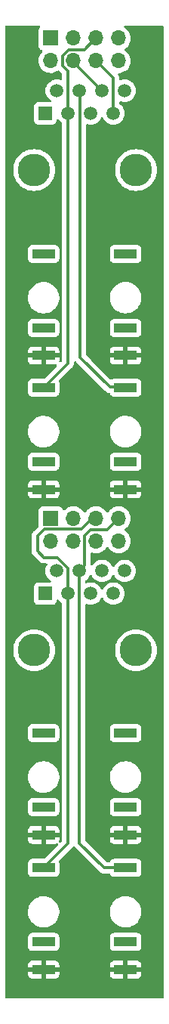
<source format=gbr>
%TF.GenerationSoftware,KiCad,Pcbnew,(6.0.11)*%
%TF.CreationDate,2023-01-29T15:15:52+00:00*%
%TF.ProjectId,Quadraphone_Breakout_Controls,51756164-7261-4706-986f-6e655f427265,rev?*%
%TF.SameCoordinates,Original*%
%TF.FileFunction,Copper,L2,Bot*%
%TF.FilePolarity,Positive*%
%FSLAX46Y46*%
G04 Gerber Fmt 4.6, Leading zero omitted, Abs format (unit mm)*
G04 Created by KiCad (PCBNEW (6.0.11)) date 2023-01-29 15:15:52*
%MOMM*%
%LPD*%
G01*
G04 APERTURE LIST*
%TA.AperFunction,WasherPad*%
%ADD10C,3.650000*%
%TD*%
%TA.AperFunction,ComponentPad*%
%ADD11R,1.500000X1.500000*%
%TD*%
%TA.AperFunction,ComponentPad*%
%ADD12C,1.500000*%
%TD*%
%TA.AperFunction,ComponentPad*%
%ADD13R,2.500000X1.000000*%
%TD*%
%TA.AperFunction,ComponentPad*%
%ADD14R,1.700000X1.700000*%
%TD*%
%TA.AperFunction,ComponentPad*%
%ADD15O,1.700000X1.700000*%
%TD*%
%TA.AperFunction,Conductor*%
%ADD16C,0.300000*%
%TD*%
G04 APERTURE END LIST*
D10*
%TO.P,J1,*%
%TO.N,*%
X65160000Y-66700000D03*
X53730000Y-66700000D03*
D11*
%TO.P,J1,1*%
%TO.N,/A1*%
X55000000Y-60350000D03*
D12*
%TO.P,J1,2*%
%TO.N,/A2*%
X56270000Y-57810000D03*
%TO.P,J1,3*%
%TO.N,/A3*%
X57540000Y-60350000D03*
%TO.P,J1,4*%
%TO.N,/A4*%
X58810000Y-57810000D03*
%TO.P,J1,5*%
%TO.N,/A5*%
X60080000Y-60350000D03*
%TO.P,J1,6*%
%TO.N,/A6*%
X61350000Y-57810000D03*
%TO.P,J1,7*%
%TO.N,/A7*%
X62620000Y-60350000D03*
%TO.P,J1,8*%
%TO.N,/A8*%
X63890000Y-57810000D03*
%TD*%
D13*
%TO.P,J10,1*%
%TO.N,GND*%
X64000000Y-156280000D03*
%TO.P,J10,2*%
%TO.N,unconnected-(J10-Pad2)*%
X64000000Y-153180000D03*
%TO.P,J10,3*%
%TO.N,/B4*%
X64000000Y-144880000D03*
%TD*%
D10*
%TO.P,J2,*%
%TO.N,*%
X53730000Y-120500000D03*
X65160000Y-120500000D03*
D11*
%TO.P,J2,1*%
%TO.N,/B1*%
X55000000Y-114150000D03*
D12*
%TO.P,J2,2*%
%TO.N,/B2*%
X56270000Y-111610000D03*
%TO.P,J2,3*%
%TO.N,/B3*%
X57540000Y-114150000D03*
%TO.P,J2,4*%
%TO.N,/B4*%
X58810000Y-111610000D03*
%TO.P,J2,5*%
%TO.N,/B5*%
X60080000Y-114150000D03*
%TO.P,J2,6*%
%TO.N,/B6*%
X61350000Y-111610000D03*
%TO.P,J2,7*%
%TO.N,/B7*%
X62620000Y-114150000D03*
%TO.P,J2,8*%
%TO.N,/B8*%
X63890000Y-111610000D03*
%TD*%
D14*
%TO.P,J12,1,Pin_1*%
%TO.N,/B1*%
X55600000Y-105725000D03*
D15*
%TO.P,J12,2,Pin_2*%
%TO.N,/B5*%
X55600000Y-108265000D03*
%TO.P,J12,3,Pin_3*%
%TO.N,/B2*%
X58140000Y-105725000D03*
%TO.P,J12,4,Pin_4*%
%TO.N,/B6*%
X58140000Y-108265000D03*
%TO.P,J12,5,Pin_5*%
%TO.N,/B3*%
X60680000Y-105725000D03*
%TO.P,J12,6,Pin_6*%
%TO.N,/B7*%
X60680000Y-108265000D03*
%TO.P,J12,7,Pin_7*%
%TO.N,/B4*%
X63220000Y-105725000D03*
%TO.P,J12,8,Pin_8*%
%TO.N,/B8*%
X63220000Y-108265000D03*
%TD*%
D13*
%TO.P,J6,1*%
%TO.N,GND*%
X64000000Y-102480000D03*
%TO.P,J6,2*%
%TO.N,unconnected-(J6-Pad2)*%
X64000000Y-99380000D03*
%TO.P,J6,3*%
%TO.N,/A4*%
X64000000Y-91080000D03*
%TD*%
%TO.P,J9,1*%
%TO.N,GND*%
X54800000Y-156280000D03*
%TO.P,J9,2*%
%TO.N,unconnected-(J9-Pad2)*%
X54800000Y-153180000D03*
%TO.P,J9,3*%
%TO.N,/B3*%
X54800000Y-144880000D03*
%TD*%
%TO.P,J5,1*%
%TO.N,GND*%
X54800000Y-102480000D03*
%TO.P,J5,2*%
%TO.N,unconnected-(J5-Pad2)*%
X54800000Y-99380000D03*
%TO.P,J5,3*%
%TO.N,/A3*%
X54800000Y-91080000D03*
%TD*%
%TO.P,J4,1*%
%TO.N,GND*%
X64000000Y-87480000D03*
%TO.P,J4,2*%
%TO.N,unconnected-(J4-Pad2)*%
X64000000Y-84380000D03*
%TO.P,J4,3*%
%TO.N,/A2*%
X64000000Y-76080000D03*
%TD*%
%TO.P,J7,1*%
%TO.N,GND*%
X54800000Y-141180000D03*
%TO.P,J7,2*%
%TO.N,unconnected-(J7-Pad2)*%
X54800000Y-138080000D03*
%TO.P,J7,3*%
%TO.N,/B1*%
X54800000Y-129780000D03*
%TD*%
D14*
%TO.P,J11,1,Pin_1*%
%TO.N,/A1*%
X55600000Y-51925000D03*
D15*
%TO.P,J11,2,Pin_2*%
%TO.N,/A5*%
X55600000Y-54465000D03*
%TO.P,J11,3,Pin_3*%
%TO.N,/A2*%
X58140000Y-51925000D03*
%TO.P,J11,4,Pin_4*%
%TO.N,/A6*%
X58140000Y-54465000D03*
%TO.P,J11,5,Pin_5*%
%TO.N,/A3*%
X60680000Y-51925000D03*
%TO.P,J11,6,Pin_6*%
%TO.N,/A7*%
X60680000Y-54465000D03*
%TO.P,J11,7,Pin_7*%
%TO.N,/A4*%
X63220000Y-51925000D03*
%TO.P,J11,8,Pin_8*%
%TO.N,/A8*%
X63220000Y-54465000D03*
%TD*%
D13*
%TO.P,J3,1*%
%TO.N,GND*%
X54800000Y-87480000D03*
%TO.P,J3,2*%
%TO.N,unconnected-(J3-Pad2)*%
X54800000Y-84380000D03*
%TO.P,J3,3*%
%TO.N,/A1*%
X54800000Y-76080000D03*
%TD*%
%TO.P,J8,1*%
%TO.N,GND*%
X64000000Y-141180000D03*
%TO.P,J8,2*%
%TO.N,unconnected-(J8-Pad2)*%
X64000000Y-138080000D03*
%TO.P,J8,3*%
%TO.N,/B2*%
X64000000Y-129780000D03*
%TD*%
D16*
%TO.N,/B4*%
X61945000Y-107000000D02*
X63220000Y-105725000D01*
X59400000Y-107700000D02*
X60100000Y-107000000D01*
X59400000Y-111020000D02*
X59400000Y-107700000D01*
X60100000Y-107000000D02*
X61945000Y-107000000D01*
X58810000Y-111610000D02*
X59400000Y-111020000D01*
%TO.N,/B3*%
X60275000Y-105725000D02*
X60680000Y-105725000D01*
X59075000Y-106925000D02*
X60275000Y-105725000D01*
X54100000Y-107700000D02*
X54875000Y-106925000D01*
X54100000Y-109400000D02*
X54100000Y-107700000D01*
X54800000Y-110100000D02*
X54100000Y-109400000D01*
X54875000Y-106925000D02*
X59075000Y-106925000D01*
X56315635Y-110100000D02*
X54800000Y-110100000D01*
X57540000Y-111324365D02*
X56315635Y-110100000D01*
X57540000Y-114150000D02*
X57540000Y-111324365D01*
%TO.N,/A3*%
X56900000Y-53900000D02*
X57600000Y-53200000D01*
X57600000Y-53200000D02*
X59405000Y-53200000D01*
X56900000Y-55000000D02*
X56900000Y-53900000D01*
X57540000Y-55640000D02*
X56900000Y-55000000D01*
X59405000Y-53200000D02*
X60680000Y-51925000D01*
X57540000Y-60350000D02*
X57540000Y-55640000D01*
X57540000Y-88340000D02*
X54800000Y-91080000D01*
X57540000Y-60350000D02*
X57540000Y-88340000D01*
%TO.N,/A6*%
X61350000Y-57810000D02*
X58140000Y-54600000D01*
X58140000Y-54600000D02*
X58140000Y-54465000D01*
%TO.N,/A7*%
X62620000Y-56405000D02*
X60680000Y-54465000D01*
X62620000Y-60350000D02*
X62620000Y-56405000D01*
%TO.N,/A4*%
X64100000Y-91030000D02*
X62227500Y-91030000D01*
X62227500Y-91030000D02*
X58910000Y-87712500D01*
X58910000Y-87712500D02*
X58910000Y-57760000D01*
%TO.N,/B3*%
X57540000Y-114150000D02*
X57540000Y-142140000D01*
X57540000Y-142140000D02*
X54800000Y-144880000D01*
%TO.N,/B4*%
X58810000Y-111610000D02*
X58810000Y-142110000D01*
X58810000Y-142110000D02*
X61580000Y-144880000D01*
X61580000Y-144880000D02*
X64000000Y-144880000D01*
%TD*%
%TA.AperFunction,Conductor*%
%TO.N,GND*%
G36*
X54355708Y-50528502D02*
G01*
X54402201Y-50582158D01*
X54412305Y-50652432D01*
X54385607Y-50710890D01*
X54386739Y-50711739D01*
X54382848Y-50716930D01*
X54382847Y-50716932D01*
X54299385Y-50828295D01*
X54248255Y-50964684D01*
X54241500Y-51026866D01*
X54241500Y-52823134D01*
X54248255Y-52885316D01*
X54299385Y-53021705D01*
X54386739Y-53138261D01*
X54503295Y-53225615D01*
X54511704Y-53228767D01*
X54511705Y-53228768D01*
X54620451Y-53269535D01*
X54677216Y-53312176D01*
X54701916Y-53378738D01*
X54686709Y-53448087D01*
X54667316Y-53474568D01*
X54540629Y-53607138D01*
X54414743Y-53791680D01*
X54320688Y-53994305D01*
X54260989Y-54209570D01*
X54237251Y-54431695D01*
X54237548Y-54436848D01*
X54237548Y-54436851D01*
X54243011Y-54531590D01*
X54250110Y-54654715D01*
X54251247Y-54659761D01*
X54251248Y-54659767D01*
X54271119Y-54747939D01*
X54299222Y-54872639D01*
X54383266Y-55079616D01*
X54499987Y-55270088D01*
X54646250Y-55438938D01*
X54818126Y-55581632D01*
X55011000Y-55694338D01*
X55219692Y-55774030D01*
X55224760Y-55775061D01*
X55224763Y-55775062D01*
X55320875Y-55794616D01*
X55438597Y-55818567D01*
X55443772Y-55818757D01*
X55443774Y-55818757D01*
X55656673Y-55826564D01*
X55656677Y-55826564D01*
X55661837Y-55826753D01*
X55666957Y-55826097D01*
X55666959Y-55826097D01*
X55878288Y-55799025D01*
X55878289Y-55799025D01*
X55883416Y-55798368D01*
X55888366Y-55796883D01*
X56092429Y-55735661D01*
X56092434Y-55735659D01*
X56097384Y-55734174D01*
X56297994Y-55635896D01*
X56302206Y-55632892D01*
X56302211Y-55632889D01*
X56390136Y-55570174D01*
X56457209Y-55546900D01*
X56526218Y-55563585D01*
X56552398Y-55583658D01*
X56844595Y-55875855D01*
X56878621Y-55938167D01*
X56881500Y-55964950D01*
X56881500Y-56508767D01*
X56861498Y-56576888D01*
X56807842Y-56623381D01*
X56737568Y-56633485D01*
X56712613Y-56626024D01*
X56712227Y-56627085D01*
X56707060Y-56625204D01*
X56702076Y-56622880D01*
X56696772Y-56621459D01*
X56696767Y-56621457D01*
X56498249Y-56568264D01*
X56489371Y-56565885D01*
X56270000Y-56546693D01*
X56050629Y-56565885D01*
X55837924Y-56622880D01*
X55744562Y-56666415D01*
X55643334Y-56713618D01*
X55643329Y-56713621D01*
X55638347Y-56715944D01*
X55633840Y-56719100D01*
X55633838Y-56719101D01*
X55462473Y-56839092D01*
X55462470Y-56839094D01*
X55457962Y-56842251D01*
X55302251Y-56997962D01*
X55175944Y-57178347D01*
X55173621Y-57183329D01*
X55173618Y-57183334D01*
X55126415Y-57284562D01*
X55082880Y-57377924D01*
X55025885Y-57590629D01*
X55006693Y-57810000D01*
X55025885Y-58029371D01*
X55082880Y-58242076D01*
X55085205Y-58247061D01*
X55173618Y-58436666D01*
X55173621Y-58436671D01*
X55175944Y-58441653D01*
X55302251Y-58622038D01*
X55457962Y-58777749D01*
X55462471Y-58780906D01*
X55462473Y-58780908D01*
X55578694Y-58862287D01*
X55623022Y-58917744D01*
X55630331Y-58988364D01*
X55598300Y-59051724D01*
X55537099Y-59087709D01*
X55506423Y-59091500D01*
X54201866Y-59091500D01*
X54139684Y-59098255D01*
X54003295Y-59149385D01*
X53886739Y-59236739D01*
X53799385Y-59353295D01*
X53748255Y-59489684D01*
X53741500Y-59551866D01*
X53741500Y-61148134D01*
X53748255Y-61210316D01*
X53799385Y-61346705D01*
X53886739Y-61463261D01*
X54003295Y-61550615D01*
X54139684Y-61601745D01*
X54201866Y-61608500D01*
X55798134Y-61608500D01*
X55860316Y-61601745D01*
X55996705Y-61550615D01*
X56113261Y-61463261D01*
X56200615Y-61346705D01*
X56251745Y-61210316D01*
X56258500Y-61148134D01*
X56258500Y-61113576D01*
X56278502Y-61045455D01*
X56332158Y-60998962D01*
X56402432Y-60988858D01*
X56467012Y-61018352D01*
X56487713Y-61041305D01*
X56560123Y-61144717D01*
X56572251Y-61162038D01*
X56727962Y-61317749D01*
X56827772Y-61387637D01*
X56872099Y-61443093D01*
X56881500Y-61490849D01*
X56881500Y-88015050D01*
X56861498Y-88083171D01*
X56844595Y-88104145D01*
X56766802Y-88181938D01*
X56704490Y-88215964D01*
X56633675Y-88210899D01*
X56576839Y-88168352D01*
X56552028Y-88101832D01*
X56552444Y-88079236D01*
X56557631Y-88031488D01*
X56558000Y-88024672D01*
X56558000Y-87752115D01*
X56553525Y-87736876D01*
X56552135Y-87735671D01*
X56544452Y-87734000D01*
X55072115Y-87734000D01*
X55056876Y-87738475D01*
X55055671Y-87739865D01*
X55054000Y-87747548D01*
X55054000Y-88469884D01*
X55058475Y-88485123D01*
X55059865Y-88486328D01*
X55067548Y-88487999D01*
X56094669Y-88487999D01*
X56101488Y-88487630D01*
X56149238Y-88482443D01*
X56219120Y-88494972D01*
X56271135Y-88543293D01*
X56288769Y-88612065D01*
X56266422Y-88679453D01*
X56251939Y-88696801D01*
X54914145Y-90034595D01*
X54851833Y-90068621D01*
X54825050Y-90071500D01*
X53501866Y-90071500D01*
X53439684Y-90078255D01*
X53303295Y-90129385D01*
X53186739Y-90216739D01*
X53099385Y-90333295D01*
X53048255Y-90469684D01*
X53041500Y-90531866D01*
X53041500Y-91628134D01*
X53048255Y-91690316D01*
X53099385Y-91826705D01*
X53186739Y-91943261D01*
X53303295Y-92030615D01*
X53439684Y-92081745D01*
X53501866Y-92088500D01*
X56098134Y-92088500D01*
X56160316Y-92081745D01*
X56296705Y-92030615D01*
X56413261Y-91943261D01*
X56500615Y-91826705D01*
X56551745Y-91690316D01*
X56558500Y-91628134D01*
X56558500Y-90531866D01*
X56551745Y-90469684D01*
X56548973Y-90462288D01*
X56548971Y-90462282D01*
X56522916Y-90392781D01*
X56517733Y-90321974D01*
X56551803Y-90259457D01*
X57947605Y-88863655D01*
X57956385Y-88855665D01*
X57956387Y-88855663D01*
X57963080Y-88851416D01*
X58011605Y-88799742D01*
X58014359Y-88796901D01*
X58034927Y-88776333D01*
X58037647Y-88772826D01*
X58045353Y-88763804D01*
X58071544Y-88735913D01*
X58076972Y-88730133D01*
X58080794Y-88723181D01*
X58087303Y-88711342D01*
X58098157Y-88694818D01*
X58106443Y-88684135D01*
X58106444Y-88684134D01*
X58111304Y-88677868D01*
X58129654Y-88635464D01*
X58134869Y-88624819D01*
X58157124Y-88584337D01*
X58159094Y-88576663D01*
X58159097Y-88576656D01*
X58162455Y-88563574D01*
X58168861Y-88544862D01*
X58174233Y-88532448D01*
X58177380Y-88525177D01*
X58184608Y-88479541D01*
X58187012Y-88467930D01*
X58194981Y-88436893D01*
X58196529Y-88430865D01*
X58196529Y-88430864D01*
X58198500Y-88423188D01*
X58198500Y-88401742D01*
X58200051Y-88382032D01*
X58202166Y-88368678D01*
X58202166Y-88368677D01*
X58203406Y-88360848D01*
X58199059Y-88314859D01*
X58198500Y-88303004D01*
X58198500Y-88241213D01*
X58218502Y-88173092D01*
X58272158Y-88126599D01*
X58342432Y-88116495D01*
X58407012Y-88145989D01*
X58416350Y-88154960D01*
X58421499Y-88160443D01*
X58426159Y-88166857D01*
X58432267Y-88171910D01*
X58461752Y-88196302D01*
X58470532Y-88204292D01*
X61703841Y-91437600D01*
X61711831Y-91446381D01*
X61711839Y-91446390D01*
X61716084Y-91453080D01*
X61721859Y-91458503D01*
X61767774Y-91501620D01*
X61770616Y-91504375D01*
X61791167Y-91524926D01*
X61794301Y-91527357D01*
X61794663Y-91527638D01*
X61803691Y-91535348D01*
X61837367Y-91566972D01*
X61844318Y-91570793D01*
X61844319Y-91570794D01*
X61856155Y-91577301D01*
X61872684Y-91588158D01*
X61883369Y-91596447D01*
X61883371Y-91596448D01*
X61889631Y-91601304D01*
X61932044Y-91619657D01*
X61942681Y-91624868D01*
X61983163Y-91647124D01*
X61990842Y-91649096D01*
X61990843Y-91649096D01*
X62003934Y-91652457D01*
X62022636Y-91658859D01*
X62042323Y-91667379D01*
X62050152Y-91668619D01*
X62087948Y-91674605D01*
X62099574Y-91677013D01*
X62136635Y-91686529D01*
X62136636Y-91686529D01*
X62144312Y-91688500D01*
X62160246Y-91688500D01*
X62228367Y-91708502D01*
X62274860Y-91762158D01*
X62278228Y-91770270D01*
X62299385Y-91826705D01*
X62386739Y-91943261D01*
X62503295Y-92030615D01*
X62639684Y-92081745D01*
X62701866Y-92088500D01*
X65298134Y-92088500D01*
X65360316Y-92081745D01*
X65496705Y-92030615D01*
X65613261Y-91943261D01*
X65700615Y-91826705D01*
X65751745Y-91690316D01*
X65758500Y-91628134D01*
X65758500Y-90531866D01*
X65751745Y-90469684D01*
X65700615Y-90333295D01*
X65613261Y-90216739D01*
X65496705Y-90129385D01*
X65360316Y-90078255D01*
X65298134Y-90071500D01*
X62701866Y-90071500D01*
X62639684Y-90078255D01*
X62503295Y-90129385D01*
X62476468Y-90149491D01*
X62450579Y-90168893D01*
X62384073Y-90193740D01*
X62314690Y-90178687D01*
X62285920Y-90157161D01*
X60153429Y-88024669D01*
X62242001Y-88024669D01*
X62242371Y-88031490D01*
X62247895Y-88082352D01*
X62251521Y-88097604D01*
X62296676Y-88218054D01*
X62305214Y-88233649D01*
X62381715Y-88335724D01*
X62394276Y-88348285D01*
X62496351Y-88424786D01*
X62511946Y-88433324D01*
X62632394Y-88478478D01*
X62647649Y-88482105D01*
X62698514Y-88487631D01*
X62705328Y-88488000D01*
X63727885Y-88488000D01*
X63743124Y-88483525D01*
X63744329Y-88482135D01*
X63746000Y-88474452D01*
X63746000Y-88469884D01*
X64254000Y-88469884D01*
X64258475Y-88485123D01*
X64259865Y-88486328D01*
X64267548Y-88487999D01*
X65294669Y-88487999D01*
X65301490Y-88487629D01*
X65352352Y-88482105D01*
X65367604Y-88478479D01*
X65488054Y-88433324D01*
X65503649Y-88424786D01*
X65605724Y-88348285D01*
X65618285Y-88335724D01*
X65694786Y-88233649D01*
X65703324Y-88218054D01*
X65748478Y-88097606D01*
X65752105Y-88082351D01*
X65757631Y-88031486D01*
X65758000Y-88024672D01*
X65758000Y-87752115D01*
X65753525Y-87736876D01*
X65752135Y-87735671D01*
X65744452Y-87734000D01*
X64272115Y-87734000D01*
X64256876Y-87738475D01*
X64255671Y-87739865D01*
X64254000Y-87747548D01*
X64254000Y-88469884D01*
X63746000Y-88469884D01*
X63746000Y-87752115D01*
X63741525Y-87736876D01*
X63740135Y-87735671D01*
X63732452Y-87734000D01*
X62260116Y-87734000D01*
X62244877Y-87738475D01*
X62243672Y-87739865D01*
X62242001Y-87747548D01*
X62242001Y-88024669D01*
X60153429Y-88024669D01*
X59605405Y-87476645D01*
X59571379Y-87414333D01*
X59568500Y-87387550D01*
X59568500Y-87207885D01*
X62242000Y-87207885D01*
X62246475Y-87223124D01*
X62247865Y-87224329D01*
X62255548Y-87226000D01*
X63727885Y-87226000D01*
X63743124Y-87221525D01*
X63744329Y-87220135D01*
X63746000Y-87212452D01*
X63746000Y-87207885D01*
X64254000Y-87207885D01*
X64258475Y-87223124D01*
X64259865Y-87224329D01*
X64267548Y-87226000D01*
X65739884Y-87226000D01*
X65755123Y-87221525D01*
X65756328Y-87220135D01*
X65757999Y-87212452D01*
X65757999Y-86935331D01*
X65757629Y-86928510D01*
X65752105Y-86877648D01*
X65748479Y-86862396D01*
X65703324Y-86741946D01*
X65694786Y-86726351D01*
X65618285Y-86624276D01*
X65605724Y-86611715D01*
X65503649Y-86535214D01*
X65488054Y-86526676D01*
X65367606Y-86481522D01*
X65352351Y-86477895D01*
X65301486Y-86472369D01*
X65294672Y-86472000D01*
X64272115Y-86472000D01*
X64256876Y-86476475D01*
X64255671Y-86477865D01*
X64254000Y-86485548D01*
X64254000Y-87207885D01*
X63746000Y-87207885D01*
X63746000Y-86490116D01*
X63741525Y-86474877D01*
X63740135Y-86473672D01*
X63732452Y-86472001D01*
X62705331Y-86472001D01*
X62698510Y-86472371D01*
X62647648Y-86477895D01*
X62632396Y-86481521D01*
X62511946Y-86526676D01*
X62496351Y-86535214D01*
X62394276Y-86611715D01*
X62381715Y-86624276D01*
X62305214Y-86726351D01*
X62296676Y-86741946D01*
X62251522Y-86862394D01*
X62247895Y-86877649D01*
X62242369Y-86928514D01*
X62242000Y-86935328D01*
X62242000Y-87207885D01*
X59568500Y-87207885D01*
X59568500Y-84928134D01*
X62241500Y-84928134D01*
X62248255Y-84990316D01*
X62299385Y-85126705D01*
X62386739Y-85243261D01*
X62503295Y-85330615D01*
X62639684Y-85381745D01*
X62701866Y-85388500D01*
X65298134Y-85388500D01*
X65360316Y-85381745D01*
X65496705Y-85330615D01*
X65613261Y-85243261D01*
X65700615Y-85126705D01*
X65751745Y-84990316D01*
X65758500Y-84928134D01*
X65758500Y-83831866D01*
X65751745Y-83769684D01*
X65700615Y-83633295D01*
X65613261Y-83516739D01*
X65496705Y-83429385D01*
X65360316Y-83378255D01*
X65298134Y-83371500D01*
X62701866Y-83371500D01*
X62639684Y-83378255D01*
X62503295Y-83429385D01*
X62386739Y-83516739D01*
X62299385Y-83633295D01*
X62248255Y-83769684D01*
X62241500Y-83831866D01*
X62241500Y-84928134D01*
X59568500Y-84928134D01*
X59568500Y-81107655D01*
X62239858Y-81107655D01*
X62275104Y-81366638D01*
X62276412Y-81371124D01*
X62276412Y-81371126D01*
X62296098Y-81438664D01*
X62348243Y-81617567D01*
X62457668Y-81854928D01*
X62460231Y-81858837D01*
X62598410Y-82069596D01*
X62598414Y-82069601D01*
X62600976Y-82073509D01*
X62775018Y-82268506D01*
X62975970Y-82435637D01*
X62979973Y-82438066D01*
X63195422Y-82568804D01*
X63195426Y-82568806D01*
X63199419Y-82571229D01*
X63440455Y-82672303D01*
X63693783Y-82736641D01*
X63698434Y-82737109D01*
X63698438Y-82737110D01*
X63891308Y-82756531D01*
X63910867Y-82758500D01*
X64066354Y-82758500D01*
X64068679Y-82758327D01*
X64068685Y-82758327D01*
X64256000Y-82744407D01*
X64256004Y-82744406D01*
X64260652Y-82744061D01*
X64265200Y-82743032D01*
X64265206Y-82743031D01*
X64451601Y-82700853D01*
X64515577Y-82686377D01*
X64551769Y-82672303D01*
X64754824Y-82593340D01*
X64754827Y-82593339D01*
X64759177Y-82591647D01*
X64986098Y-82461951D01*
X65191357Y-82300138D01*
X65370443Y-82109763D01*
X65519424Y-81895009D01*
X65635025Y-81660593D01*
X65714707Y-81411665D01*
X65756721Y-81153693D01*
X65760142Y-80892345D01*
X65724896Y-80633362D01*
X65710473Y-80583877D01*
X65653068Y-80386932D01*
X65651757Y-80382433D01*
X65542332Y-80145072D01*
X65509519Y-80095024D01*
X65401590Y-79930404D01*
X65401586Y-79930399D01*
X65399024Y-79926491D01*
X65224982Y-79731494D01*
X65024030Y-79564363D01*
X64976844Y-79535730D01*
X64804578Y-79431196D01*
X64804574Y-79431194D01*
X64800581Y-79428771D01*
X64559545Y-79327697D01*
X64306217Y-79263359D01*
X64301566Y-79262891D01*
X64301562Y-79262890D01*
X64092271Y-79241816D01*
X64089133Y-79241500D01*
X63933646Y-79241500D01*
X63931321Y-79241673D01*
X63931315Y-79241673D01*
X63744000Y-79255593D01*
X63743996Y-79255594D01*
X63739348Y-79255939D01*
X63734800Y-79256968D01*
X63734794Y-79256969D01*
X63548399Y-79299147D01*
X63484423Y-79313623D01*
X63480071Y-79315315D01*
X63480069Y-79315316D01*
X63245176Y-79406660D01*
X63245173Y-79406661D01*
X63240823Y-79408353D01*
X63013902Y-79538049D01*
X62808643Y-79699862D01*
X62629557Y-79890237D01*
X62480576Y-80104991D01*
X62364975Y-80339407D01*
X62285293Y-80588335D01*
X62243279Y-80846307D01*
X62239858Y-81107655D01*
X59568500Y-81107655D01*
X59568500Y-76628134D01*
X62241500Y-76628134D01*
X62248255Y-76690316D01*
X62299385Y-76826705D01*
X62386739Y-76943261D01*
X62503295Y-77030615D01*
X62639684Y-77081745D01*
X62701866Y-77088500D01*
X65298134Y-77088500D01*
X65360316Y-77081745D01*
X65496705Y-77030615D01*
X65613261Y-76943261D01*
X65700615Y-76826705D01*
X65751745Y-76690316D01*
X65758500Y-76628134D01*
X65758500Y-75531866D01*
X65751745Y-75469684D01*
X65700615Y-75333295D01*
X65613261Y-75216739D01*
X65496705Y-75129385D01*
X65360316Y-75078255D01*
X65298134Y-75071500D01*
X62701866Y-75071500D01*
X62639684Y-75078255D01*
X62503295Y-75129385D01*
X62386739Y-75216739D01*
X62299385Y-75333295D01*
X62248255Y-75469684D01*
X62241500Y-75531866D01*
X62241500Y-76628134D01*
X59568500Y-76628134D01*
X59568500Y-66700000D01*
X62821493Y-66700000D01*
X62841499Y-67005236D01*
X62901176Y-67305250D01*
X62999501Y-67594908D01*
X63001324Y-67598604D01*
X63001327Y-67598612D01*
X63110103Y-67819184D01*
X63134794Y-67869253D01*
X63304738Y-68123593D01*
X63307452Y-68126687D01*
X63307456Y-68126693D01*
X63503717Y-68350485D01*
X63506426Y-68353574D01*
X63509515Y-68356283D01*
X63733307Y-68552544D01*
X63733313Y-68552548D01*
X63736407Y-68555262D01*
X63739833Y-68557551D01*
X63739838Y-68557555D01*
X63987311Y-68722911D01*
X63990746Y-68725206D01*
X63994449Y-68727032D01*
X64261388Y-68858673D01*
X64261396Y-68858676D01*
X64265092Y-68860499D01*
X64269006Y-68861828D01*
X64269007Y-68861828D01*
X64550837Y-68957496D01*
X64550841Y-68957497D01*
X64554750Y-68958824D01*
X64558794Y-68959628D01*
X64558800Y-68959630D01*
X64850725Y-69017698D01*
X64850731Y-69017699D01*
X64854764Y-69018501D01*
X64858869Y-69018770D01*
X64858876Y-69018771D01*
X65155881Y-69038237D01*
X65160000Y-69038507D01*
X65164119Y-69038237D01*
X65461124Y-69018771D01*
X65461131Y-69018770D01*
X65465236Y-69018501D01*
X65469269Y-69017699D01*
X65469275Y-69017698D01*
X65761200Y-68959630D01*
X65761206Y-68959628D01*
X65765250Y-68958824D01*
X65769159Y-68957497D01*
X65769163Y-68957496D01*
X66050993Y-68861828D01*
X66050994Y-68861828D01*
X66054908Y-68860499D01*
X66058604Y-68858676D01*
X66058612Y-68858673D01*
X66325551Y-68727032D01*
X66329254Y-68725206D01*
X66332689Y-68722911D01*
X66580162Y-68557555D01*
X66580167Y-68557551D01*
X66583593Y-68555262D01*
X66586687Y-68552548D01*
X66586693Y-68552544D01*
X66810485Y-68356283D01*
X66813574Y-68353574D01*
X66816283Y-68350485D01*
X67012544Y-68126693D01*
X67012548Y-68126687D01*
X67015262Y-68123593D01*
X67185206Y-67869253D01*
X67209897Y-67819184D01*
X67318673Y-67598612D01*
X67318676Y-67598604D01*
X67320499Y-67594908D01*
X67418824Y-67305250D01*
X67478501Y-67005236D01*
X67498507Y-66700000D01*
X67478501Y-66394764D01*
X67418824Y-66094750D01*
X67320499Y-65805092D01*
X67318676Y-65801396D01*
X67318673Y-65801388D01*
X67187032Y-65534450D01*
X67185206Y-65530747D01*
X67015262Y-65276407D01*
X67012548Y-65273313D01*
X67012544Y-65273307D01*
X66816283Y-65049515D01*
X66813574Y-65046426D01*
X66810485Y-65043717D01*
X66586693Y-64847456D01*
X66586687Y-64847452D01*
X66583593Y-64844738D01*
X66580163Y-64842446D01*
X66580162Y-64842445D01*
X66332689Y-64677089D01*
X66332687Y-64677088D01*
X66329254Y-64674794D01*
X66280747Y-64650873D01*
X66058612Y-64541327D01*
X66058604Y-64541324D01*
X66054908Y-64539501D01*
X66050993Y-64538172D01*
X65769163Y-64442504D01*
X65769159Y-64442503D01*
X65765250Y-64441176D01*
X65761206Y-64440372D01*
X65761200Y-64440370D01*
X65469275Y-64382302D01*
X65469269Y-64382301D01*
X65465236Y-64381499D01*
X65461131Y-64381230D01*
X65461124Y-64381229D01*
X65164119Y-64361763D01*
X65160000Y-64361493D01*
X65155881Y-64361763D01*
X64858876Y-64381229D01*
X64858869Y-64381230D01*
X64854764Y-64381499D01*
X64850731Y-64382301D01*
X64850725Y-64382302D01*
X64558800Y-64440370D01*
X64558794Y-64440372D01*
X64554750Y-64441176D01*
X64550841Y-64442503D01*
X64550837Y-64442504D01*
X64269007Y-64538172D01*
X64265092Y-64539501D01*
X64261396Y-64541324D01*
X64261388Y-64541327D01*
X64040816Y-64650103D01*
X63990747Y-64674794D01*
X63736407Y-64844738D01*
X63733313Y-64847452D01*
X63733307Y-64847456D01*
X63509515Y-65043717D01*
X63506426Y-65046426D01*
X63503717Y-65049515D01*
X63307456Y-65273307D01*
X63307452Y-65273313D01*
X63304738Y-65276407D01*
X63134794Y-65530747D01*
X63132968Y-65534450D01*
X63001327Y-65801388D01*
X63001324Y-65801396D01*
X62999501Y-65805092D01*
X62901176Y-66094750D01*
X62841499Y-66394764D01*
X62821493Y-66700000D01*
X59568500Y-66700000D01*
X59568500Y-61680046D01*
X59588502Y-61611925D01*
X59642158Y-61565432D01*
X59712432Y-61555328D01*
X59727111Y-61558339D01*
X59855316Y-61592692D01*
X59855323Y-61592693D01*
X59860629Y-61594115D01*
X60080000Y-61613307D01*
X60299371Y-61594115D01*
X60512076Y-61537120D01*
X60711654Y-61444056D01*
X60892038Y-61317749D01*
X61047749Y-61162038D01*
X61059878Y-61144717D01*
X61170899Y-60986162D01*
X61170900Y-60986160D01*
X61174056Y-60981653D01*
X61176379Y-60976671D01*
X61176382Y-60976666D01*
X61235805Y-60849231D01*
X61282722Y-60795946D01*
X61350999Y-60776485D01*
X61418959Y-60797027D01*
X61464195Y-60849231D01*
X61523618Y-60976666D01*
X61523621Y-60976671D01*
X61525944Y-60981653D01*
X61529100Y-60986160D01*
X61529101Y-60986162D01*
X61640123Y-61144717D01*
X61652251Y-61162038D01*
X61807962Y-61317749D01*
X61988346Y-61444056D01*
X62187924Y-61537120D01*
X62400629Y-61594115D01*
X62620000Y-61613307D01*
X62839371Y-61594115D01*
X63052076Y-61537120D01*
X63251654Y-61444056D01*
X63432038Y-61317749D01*
X63587749Y-61162038D01*
X63599878Y-61144717D01*
X63710899Y-60986162D01*
X63710900Y-60986160D01*
X63714056Y-60981653D01*
X63716379Y-60976671D01*
X63716382Y-60976666D01*
X63804795Y-60787061D01*
X63807120Y-60782076D01*
X63864115Y-60569371D01*
X63883307Y-60350000D01*
X63864115Y-60130629D01*
X63807120Y-59917924D01*
X63763585Y-59824562D01*
X63716382Y-59723334D01*
X63716379Y-59723329D01*
X63714056Y-59718347D01*
X63703326Y-59703023D01*
X63590908Y-59542473D01*
X63590906Y-59542470D01*
X63587749Y-59537962D01*
X63432038Y-59382251D01*
X63332228Y-59312363D01*
X63287901Y-59256907D01*
X63278500Y-59209151D01*
X63278500Y-59111233D01*
X63298502Y-59043112D01*
X63352158Y-58996619D01*
X63422432Y-58986515D01*
X63447387Y-58993976D01*
X63447773Y-58992915D01*
X63452940Y-58994796D01*
X63457924Y-58997120D01*
X63463228Y-58998541D01*
X63463233Y-58998543D01*
X63543140Y-59019954D01*
X63670629Y-59054115D01*
X63890000Y-59073307D01*
X64109371Y-59054115D01*
X64322076Y-58997120D01*
X64521654Y-58904056D01*
X64652150Y-58812681D01*
X64697527Y-58780908D01*
X64697529Y-58780906D01*
X64702038Y-58777749D01*
X64857749Y-58622038D01*
X64984056Y-58441653D01*
X64986379Y-58436671D01*
X64986382Y-58436666D01*
X65074795Y-58247061D01*
X65077120Y-58242076D01*
X65134115Y-58029371D01*
X65153307Y-57810000D01*
X65134115Y-57590629D01*
X65077120Y-57377924D01*
X65033585Y-57284562D01*
X64986382Y-57183334D01*
X64986379Y-57183329D01*
X64984056Y-57178347D01*
X64857749Y-56997962D01*
X64702038Y-56842251D01*
X64521654Y-56715944D01*
X64322076Y-56622880D01*
X64109371Y-56565885D01*
X63890000Y-56546693D01*
X63670629Y-56565885D01*
X63457924Y-56622880D01*
X63452939Y-56625205D01*
X63447770Y-56627086D01*
X63446875Y-56624628D01*
X63387477Y-56633611D01*
X63322683Y-56604589D01*
X63283866Y-56545144D01*
X63278500Y-56508766D01*
X63278500Y-56487056D01*
X63279059Y-56475200D01*
X63279059Y-56475197D01*
X63280788Y-56467463D01*
X63278562Y-56396631D01*
X63278500Y-56392673D01*
X63278500Y-56363568D01*
X63277944Y-56359168D01*
X63277012Y-56347330D01*
X63276626Y-56335024D01*
X63275562Y-56301169D01*
X63269580Y-56280579D01*
X63265570Y-56261216D01*
X63263875Y-56247796D01*
X63263875Y-56247795D01*
X63262882Y-56239936D01*
X63259966Y-56232571D01*
X63259965Y-56232567D01*
X63245874Y-56196979D01*
X63242035Y-56185769D01*
X63229145Y-56141400D01*
X63218229Y-56122943D01*
X63209534Y-56105193D01*
X63201635Y-56085244D01*
X63174477Y-56047864D01*
X63167961Y-56037945D01*
X63155165Y-56016308D01*
X63137705Y-55947495D01*
X63160220Y-55880163D01*
X63215563Y-55835693D01*
X63268236Y-55826254D01*
X63272565Y-55826413D01*
X63276675Y-55826564D01*
X63276678Y-55826564D01*
X63281837Y-55826753D01*
X63286957Y-55826097D01*
X63286959Y-55826097D01*
X63498288Y-55799025D01*
X63498289Y-55799025D01*
X63503416Y-55798368D01*
X63508366Y-55796883D01*
X63712429Y-55735661D01*
X63712434Y-55735659D01*
X63717384Y-55734174D01*
X63917994Y-55635896D01*
X64099860Y-55506173D01*
X64258096Y-55348489D01*
X64317594Y-55265689D01*
X64385435Y-55171277D01*
X64388453Y-55167077D01*
X64487430Y-54966811D01*
X64552370Y-54753069D01*
X64581529Y-54531590D01*
X64583156Y-54465000D01*
X64564852Y-54242361D01*
X64510431Y-54025702D01*
X64421354Y-53820840D01*
X64300014Y-53633277D01*
X64149670Y-53468051D01*
X64145619Y-53464852D01*
X64145615Y-53464848D01*
X63978414Y-53332800D01*
X63978410Y-53332798D01*
X63974359Y-53329598D01*
X63933053Y-53306796D01*
X63883084Y-53256364D01*
X63868312Y-53186921D01*
X63893428Y-53120516D01*
X63920780Y-53093909D01*
X63964603Y-53062650D01*
X64099860Y-52966173D01*
X64258096Y-52808489D01*
X64276443Y-52782957D01*
X64385435Y-52631277D01*
X64388453Y-52627077D01*
X64409320Y-52584857D01*
X64485136Y-52431453D01*
X64485137Y-52431451D01*
X64487430Y-52426811D01*
X64552370Y-52213069D01*
X64581529Y-51991590D01*
X64583156Y-51925000D01*
X64564852Y-51702361D01*
X64510431Y-51485702D01*
X64421354Y-51280840D01*
X64300014Y-51093277D01*
X64149670Y-50928051D01*
X64145619Y-50924852D01*
X64145615Y-50924848D01*
X63978414Y-50792800D01*
X63978410Y-50792798D01*
X63974359Y-50789598D01*
X63969835Y-50787100D01*
X63969831Y-50787098D01*
X63893223Y-50744808D01*
X63843253Y-50694376D01*
X63828481Y-50624933D01*
X63853597Y-50558528D01*
X63910628Y-50516243D01*
X63954117Y-50508500D01*
X68165500Y-50508500D01*
X68233621Y-50528502D01*
X68280114Y-50582158D01*
X68291500Y-50634500D01*
X68291500Y-159365500D01*
X68271498Y-159433621D01*
X68217842Y-159480114D01*
X68165500Y-159491500D01*
X50634500Y-159491500D01*
X50566379Y-159471498D01*
X50519886Y-159417842D01*
X50508500Y-159365500D01*
X50508500Y-156824669D01*
X53042001Y-156824669D01*
X53042371Y-156831490D01*
X53047895Y-156882352D01*
X53051521Y-156897604D01*
X53096676Y-157018054D01*
X53105214Y-157033649D01*
X53181715Y-157135724D01*
X53194276Y-157148285D01*
X53296351Y-157224786D01*
X53311946Y-157233324D01*
X53432394Y-157278478D01*
X53447649Y-157282105D01*
X53498514Y-157287631D01*
X53505328Y-157288000D01*
X54527885Y-157288000D01*
X54543124Y-157283525D01*
X54544329Y-157282135D01*
X54546000Y-157274452D01*
X54546000Y-157269884D01*
X55054000Y-157269884D01*
X55058475Y-157285123D01*
X55059865Y-157286328D01*
X55067548Y-157287999D01*
X56094669Y-157287999D01*
X56101490Y-157287629D01*
X56152352Y-157282105D01*
X56167604Y-157278479D01*
X56288054Y-157233324D01*
X56303649Y-157224786D01*
X56405724Y-157148285D01*
X56418285Y-157135724D01*
X56494786Y-157033649D01*
X56503324Y-157018054D01*
X56548478Y-156897606D01*
X56552105Y-156882351D01*
X56557631Y-156831486D01*
X56558000Y-156824672D01*
X56558000Y-156824669D01*
X62242001Y-156824669D01*
X62242371Y-156831490D01*
X62247895Y-156882352D01*
X62251521Y-156897604D01*
X62296676Y-157018054D01*
X62305214Y-157033649D01*
X62381715Y-157135724D01*
X62394276Y-157148285D01*
X62496351Y-157224786D01*
X62511946Y-157233324D01*
X62632394Y-157278478D01*
X62647649Y-157282105D01*
X62698514Y-157287631D01*
X62705328Y-157288000D01*
X63727885Y-157288000D01*
X63743124Y-157283525D01*
X63744329Y-157282135D01*
X63746000Y-157274452D01*
X63746000Y-157269884D01*
X64254000Y-157269884D01*
X64258475Y-157285123D01*
X64259865Y-157286328D01*
X64267548Y-157287999D01*
X65294669Y-157287999D01*
X65301490Y-157287629D01*
X65352352Y-157282105D01*
X65367604Y-157278479D01*
X65488054Y-157233324D01*
X65503649Y-157224786D01*
X65605724Y-157148285D01*
X65618285Y-157135724D01*
X65694786Y-157033649D01*
X65703324Y-157018054D01*
X65748478Y-156897606D01*
X65752105Y-156882351D01*
X65757631Y-156831486D01*
X65758000Y-156824672D01*
X65758000Y-156552115D01*
X65753525Y-156536876D01*
X65752135Y-156535671D01*
X65744452Y-156534000D01*
X64272115Y-156534000D01*
X64256876Y-156538475D01*
X64255671Y-156539865D01*
X64254000Y-156547548D01*
X64254000Y-157269884D01*
X63746000Y-157269884D01*
X63746000Y-156552115D01*
X63741525Y-156536876D01*
X63740135Y-156535671D01*
X63732452Y-156534000D01*
X62260116Y-156534000D01*
X62244877Y-156538475D01*
X62243672Y-156539865D01*
X62242001Y-156547548D01*
X62242001Y-156824669D01*
X56558000Y-156824669D01*
X56558000Y-156552115D01*
X56553525Y-156536876D01*
X56552135Y-156535671D01*
X56544452Y-156534000D01*
X55072115Y-156534000D01*
X55056876Y-156538475D01*
X55055671Y-156539865D01*
X55054000Y-156547548D01*
X55054000Y-157269884D01*
X54546000Y-157269884D01*
X54546000Y-156552115D01*
X54541525Y-156536876D01*
X54540135Y-156535671D01*
X54532452Y-156534000D01*
X53060116Y-156534000D01*
X53044877Y-156538475D01*
X53043672Y-156539865D01*
X53042001Y-156547548D01*
X53042001Y-156824669D01*
X50508500Y-156824669D01*
X50508500Y-156007885D01*
X53042000Y-156007885D01*
X53046475Y-156023124D01*
X53047865Y-156024329D01*
X53055548Y-156026000D01*
X54527885Y-156026000D01*
X54543124Y-156021525D01*
X54544329Y-156020135D01*
X54546000Y-156012452D01*
X54546000Y-156007885D01*
X55054000Y-156007885D01*
X55058475Y-156023124D01*
X55059865Y-156024329D01*
X55067548Y-156026000D01*
X56539884Y-156026000D01*
X56555123Y-156021525D01*
X56556328Y-156020135D01*
X56557999Y-156012452D01*
X56557999Y-156007885D01*
X62242000Y-156007885D01*
X62246475Y-156023124D01*
X62247865Y-156024329D01*
X62255548Y-156026000D01*
X63727885Y-156026000D01*
X63743124Y-156021525D01*
X63744329Y-156020135D01*
X63746000Y-156012452D01*
X63746000Y-156007885D01*
X64254000Y-156007885D01*
X64258475Y-156023124D01*
X64259865Y-156024329D01*
X64267548Y-156026000D01*
X65739884Y-156026000D01*
X65755123Y-156021525D01*
X65756328Y-156020135D01*
X65757999Y-156012452D01*
X65757999Y-155735331D01*
X65757629Y-155728510D01*
X65752105Y-155677648D01*
X65748479Y-155662396D01*
X65703324Y-155541946D01*
X65694786Y-155526351D01*
X65618285Y-155424276D01*
X65605724Y-155411715D01*
X65503649Y-155335214D01*
X65488054Y-155326676D01*
X65367606Y-155281522D01*
X65352351Y-155277895D01*
X65301486Y-155272369D01*
X65294672Y-155272000D01*
X64272115Y-155272000D01*
X64256876Y-155276475D01*
X64255671Y-155277865D01*
X64254000Y-155285548D01*
X64254000Y-156007885D01*
X63746000Y-156007885D01*
X63746000Y-155290116D01*
X63741525Y-155274877D01*
X63740135Y-155273672D01*
X63732452Y-155272001D01*
X62705331Y-155272001D01*
X62698510Y-155272371D01*
X62647648Y-155277895D01*
X62632396Y-155281521D01*
X62511946Y-155326676D01*
X62496351Y-155335214D01*
X62394276Y-155411715D01*
X62381715Y-155424276D01*
X62305214Y-155526351D01*
X62296676Y-155541946D01*
X62251522Y-155662394D01*
X62247895Y-155677649D01*
X62242369Y-155728514D01*
X62242000Y-155735328D01*
X62242000Y-156007885D01*
X56557999Y-156007885D01*
X56557999Y-155735331D01*
X56557629Y-155728510D01*
X56552105Y-155677648D01*
X56548479Y-155662396D01*
X56503324Y-155541946D01*
X56494786Y-155526351D01*
X56418285Y-155424276D01*
X56405724Y-155411715D01*
X56303649Y-155335214D01*
X56288054Y-155326676D01*
X56167606Y-155281522D01*
X56152351Y-155277895D01*
X56101486Y-155272369D01*
X56094672Y-155272000D01*
X55072115Y-155272000D01*
X55056876Y-155276475D01*
X55055671Y-155277865D01*
X55054000Y-155285548D01*
X55054000Y-156007885D01*
X54546000Y-156007885D01*
X54546000Y-155290116D01*
X54541525Y-155274877D01*
X54540135Y-155273672D01*
X54532452Y-155272001D01*
X53505331Y-155272001D01*
X53498510Y-155272371D01*
X53447648Y-155277895D01*
X53432396Y-155281521D01*
X53311946Y-155326676D01*
X53296351Y-155335214D01*
X53194276Y-155411715D01*
X53181715Y-155424276D01*
X53105214Y-155526351D01*
X53096676Y-155541946D01*
X53051522Y-155662394D01*
X53047895Y-155677649D01*
X53042369Y-155728514D01*
X53042000Y-155735328D01*
X53042000Y-156007885D01*
X50508500Y-156007885D01*
X50508500Y-153728134D01*
X53041500Y-153728134D01*
X53048255Y-153790316D01*
X53099385Y-153926705D01*
X53186739Y-154043261D01*
X53303295Y-154130615D01*
X53439684Y-154181745D01*
X53501866Y-154188500D01*
X56098134Y-154188500D01*
X56160316Y-154181745D01*
X56296705Y-154130615D01*
X56413261Y-154043261D01*
X56500615Y-153926705D01*
X56551745Y-153790316D01*
X56558500Y-153728134D01*
X62241500Y-153728134D01*
X62248255Y-153790316D01*
X62299385Y-153926705D01*
X62386739Y-154043261D01*
X62503295Y-154130615D01*
X62639684Y-154181745D01*
X62701866Y-154188500D01*
X65298134Y-154188500D01*
X65360316Y-154181745D01*
X65496705Y-154130615D01*
X65613261Y-154043261D01*
X65700615Y-153926705D01*
X65751745Y-153790316D01*
X65758500Y-153728134D01*
X65758500Y-152631866D01*
X65751745Y-152569684D01*
X65700615Y-152433295D01*
X65613261Y-152316739D01*
X65496705Y-152229385D01*
X65360316Y-152178255D01*
X65298134Y-152171500D01*
X62701866Y-152171500D01*
X62639684Y-152178255D01*
X62503295Y-152229385D01*
X62386739Y-152316739D01*
X62299385Y-152433295D01*
X62248255Y-152569684D01*
X62241500Y-152631866D01*
X62241500Y-153728134D01*
X56558500Y-153728134D01*
X56558500Y-152631866D01*
X56551745Y-152569684D01*
X56500615Y-152433295D01*
X56413261Y-152316739D01*
X56296705Y-152229385D01*
X56160316Y-152178255D01*
X56098134Y-152171500D01*
X53501866Y-152171500D01*
X53439684Y-152178255D01*
X53303295Y-152229385D01*
X53186739Y-152316739D01*
X53099385Y-152433295D01*
X53048255Y-152569684D01*
X53041500Y-152631866D01*
X53041500Y-153728134D01*
X50508500Y-153728134D01*
X50508500Y-149907655D01*
X53039858Y-149907655D01*
X53075104Y-150166638D01*
X53076412Y-150171124D01*
X53076412Y-150171126D01*
X53096098Y-150238664D01*
X53148243Y-150417567D01*
X53257668Y-150654928D01*
X53260231Y-150658837D01*
X53398410Y-150869596D01*
X53398414Y-150869601D01*
X53400976Y-150873509D01*
X53575018Y-151068506D01*
X53775970Y-151235637D01*
X53779973Y-151238066D01*
X53995422Y-151368804D01*
X53995426Y-151368806D01*
X53999419Y-151371229D01*
X54240455Y-151472303D01*
X54493783Y-151536641D01*
X54498434Y-151537109D01*
X54498438Y-151537110D01*
X54691308Y-151556531D01*
X54710867Y-151558500D01*
X54866354Y-151558500D01*
X54868679Y-151558327D01*
X54868685Y-151558327D01*
X55056000Y-151544407D01*
X55056004Y-151544406D01*
X55060652Y-151544061D01*
X55065200Y-151543032D01*
X55065206Y-151543031D01*
X55251601Y-151500853D01*
X55315577Y-151486377D01*
X55351769Y-151472303D01*
X55554824Y-151393340D01*
X55554827Y-151393339D01*
X55559177Y-151391647D01*
X55786098Y-151261951D01*
X55991357Y-151100138D01*
X56170443Y-150909763D01*
X56319424Y-150695009D01*
X56435025Y-150460593D01*
X56514707Y-150211665D01*
X56556721Y-149953693D01*
X56557324Y-149907655D01*
X62239858Y-149907655D01*
X62275104Y-150166638D01*
X62276412Y-150171124D01*
X62276412Y-150171126D01*
X62296098Y-150238664D01*
X62348243Y-150417567D01*
X62457668Y-150654928D01*
X62460231Y-150658837D01*
X62598410Y-150869596D01*
X62598414Y-150869601D01*
X62600976Y-150873509D01*
X62775018Y-151068506D01*
X62975970Y-151235637D01*
X62979973Y-151238066D01*
X63195422Y-151368804D01*
X63195426Y-151368806D01*
X63199419Y-151371229D01*
X63440455Y-151472303D01*
X63693783Y-151536641D01*
X63698434Y-151537109D01*
X63698438Y-151537110D01*
X63891308Y-151556531D01*
X63910867Y-151558500D01*
X64066354Y-151558500D01*
X64068679Y-151558327D01*
X64068685Y-151558327D01*
X64256000Y-151544407D01*
X64256004Y-151544406D01*
X64260652Y-151544061D01*
X64265200Y-151543032D01*
X64265206Y-151543031D01*
X64451601Y-151500853D01*
X64515577Y-151486377D01*
X64551769Y-151472303D01*
X64754824Y-151393340D01*
X64754827Y-151393339D01*
X64759177Y-151391647D01*
X64986098Y-151261951D01*
X65191357Y-151100138D01*
X65370443Y-150909763D01*
X65519424Y-150695009D01*
X65635025Y-150460593D01*
X65714707Y-150211665D01*
X65756721Y-149953693D01*
X65760142Y-149692345D01*
X65724896Y-149433362D01*
X65710473Y-149383877D01*
X65653068Y-149186932D01*
X65651757Y-149182433D01*
X65542332Y-148945072D01*
X65509519Y-148895024D01*
X65401590Y-148730404D01*
X65401586Y-148730399D01*
X65399024Y-148726491D01*
X65224982Y-148531494D01*
X65024030Y-148364363D01*
X64976844Y-148335730D01*
X64804578Y-148231196D01*
X64804574Y-148231194D01*
X64800581Y-148228771D01*
X64559545Y-148127697D01*
X64306217Y-148063359D01*
X64301566Y-148062891D01*
X64301562Y-148062890D01*
X64092271Y-148041816D01*
X64089133Y-148041500D01*
X63933646Y-148041500D01*
X63931321Y-148041673D01*
X63931315Y-148041673D01*
X63744000Y-148055593D01*
X63743996Y-148055594D01*
X63739348Y-148055939D01*
X63734800Y-148056968D01*
X63734794Y-148056969D01*
X63548399Y-148099147D01*
X63484423Y-148113623D01*
X63480071Y-148115315D01*
X63480069Y-148115316D01*
X63245176Y-148206660D01*
X63245173Y-148206661D01*
X63240823Y-148208353D01*
X63013902Y-148338049D01*
X62808643Y-148499862D01*
X62629557Y-148690237D01*
X62480576Y-148904991D01*
X62364975Y-149139407D01*
X62285293Y-149388335D01*
X62243279Y-149646307D01*
X62239858Y-149907655D01*
X56557324Y-149907655D01*
X56560142Y-149692345D01*
X56524896Y-149433362D01*
X56510473Y-149383877D01*
X56453068Y-149186932D01*
X56451757Y-149182433D01*
X56342332Y-148945072D01*
X56309519Y-148895024D01*
X56201590Y-148730404D01*
X56201586Y-148730399D01*
X56199024Y-148726491D01*
X56024982Y-148531494D01*
X55824030Y-148364363D01*
X55776844Y-148335730D01*
X55604578Y-148231196D01*
X55604574Y-148231194D01*
X55600581Y-148228771D01*
X55359545Y-148127697D01*
X55106217Y-148063359D01*
X55101566Y-148062891D01*
X55101562Y-148062890D01*
X54892271Y-148041816D01*
X54889133Y-148041500D01*
X54733646Y-148041500D01*
X54731321Y-148041673D01*
X54731315Y-148041673D01*
X54544000Y-148055593D01*
X54543996Y-148055594D01*
X54539348Y-148055939D01*
X54534800Y-148056968D01*
X54534794Y-148056969D01*
X54348399Y-148099147D01*
X54284423Y-148113623D01*
X54280071Y-148115315D01*
X54280069Y-148115316D01*
X54045176Y-148206660D01*
X54045173Y-148206661D01*
X54040823Y-148208353D01*
X53813902Y-148338049D01*
X53608643Y-148499862D01*
X53429557Y-148690237D01*
X53280576Y-148904991D01*
X53164975Y-149139407D01*
X53085293Y-149388335D01*
X53043279Y-149646307D01*
X53039858Y-149907655D01*
X50508500Y-149907655D01*
X50508500Y-145428134D01*
X53041500Y-145428134D01*
X53048255Y-145490316D01*
X53099385Y-145626705D01*
X53186739Y-145743261D01*
X53303295Y-145830615D01*
X53439684Y-145881745D01*
X53501866Y-145888500D01*
X56098134Y-145888500D01*
X56160316Y-145881745D01*
X56296705Y-145830615D01*
X56413261Y-145743261D01*
X56500615Y-145626705D01*
X56551745Y-145490316D01*
X56558500Y-145428134D01*
X56558500Y-144331866D01*
X56551745Y-144269684D01*
X56548973Y-144262288D01*
X56548971Y-144262282D01*
X56522916Y-144192781D01*
X56517733Y-144121974D01*
X56551803Y-144059457D01*
X57947605Y-142663655D01*
X57956385Y-142655665D01*
X57956387Y-142655663D01*
X57963080Y-142651416D01*
X58011605Y-142599742D01*
X58014359Y-142596901D01*
X58034927Y-142576333D01*
X58037647Y-142572826D01*
X58045353Y-142563804D01*
X58071546Y-142535911D01*
X58076972Y-142530133D01*
X58080791Y-142523187D01*
X58084182Y-142518519D01*
X58140404Y-142475165D01*
X58211140Y-142469090D01*
X58273932Y-142502221D01*
X58282755Y-142512086D01*
X58285547Y-142516807D01*
X58300711Y-142531971D01*
X58313551Y-142547004D01*
X58326159Y-142564357D01*
X58336850Y-142573201D01*
X58361752Y-142593802D01*
X58370532Y-142601792D01*
X61056345Y-145287605D01*
X61064335Y-145296385D01*
X61068584Y-145303080D01*
X61074362Y-145308506D01*
X61074363Y-145308507D01*
X61120257Y-145351604D01*
X61123099Y-145354359D01*
X61143667Y-145374927D01*
X61147170Y-145377644D01*
X61156195Y-145385352D01*
X61189867Y-145416972D01*
X61196818Y-145420793D01*
X61196819Y-145420794D01*
X61208658Y-145427303D01*
X61225182Y-145438157D01*
X61235271Y-145445982D01*
X61242132Y-145451304D01*
X61249404Y-145454451D01*
X61249406Y-145454452D01*
X61284535Y-145469654D01*
X61295195Y-145474876D01*
X61323280Y-145490316D01*
X61335663Y-145497124D01*
X61356441Y-145502459D01*
X61375131Y-145508858D01*
X61394824Y-145517380D01*
X61438596Y-145524313D01*
X61440448Y-145524606D01*
X61452071Y-145527013D01*
X61480072Y-145534202D01*
X61496812Y-145538500D01*
X61518259Y-145538500D01*
X61537969Y-145540051D01*
X61559152Y-145543406D01*
X61605141Y-145539059D01*
X61616996Y-145538500D01*
X62178991Y-145538500D01*
X62247112Y-145558502D01*
X62293605Y-145612158D01*
X62295903Y-145617694D01*
X62296232Y-145618296D01*
X62299385Y-145626705D01*
X62386739Y-145743261D01*
X62503295Y-145830615D01*
X62639684Y-145881745D01*
X62701866Y-145888500D01*
X65298134Y-145888500D01*
X65360316Y-145881745D01*
X65496705Y-145830615D01*
X65613261Y-145743261D01*
X65700615Y-145626705D01*
X65751745Y-145490316D01*
X65758500Y-145428134D01*
X65758500Y-144331866D01*
X65751745Y-144269684D01*
X65700615Y-144133295D01*
X65613261Y-144016739D01*
X65496705Y-143929385D01*
X65360316Y-143878255D01*
X65298134Y-143871500D01*
X62701866Y-143871500D01*
X62639684Y-143878255D01*
X62503295Y-143929385D01*
X62386739Y-144016739D01*
X62299385Y-144133295D01*
X62296233Y-144141703D01*
X62291923Y-144149575D01*
X62290259Y-144148664D01*
X62254337Y-144196490D01*
X62187776Y-144221193D01*
X62178991Y-144221500D01*
X61904950Y-144221500D01*
X61836829Y-144201498D01*
X61815855Y-144184595D01*
X59505405Y-141874145D01*
X59471379Y-141811833D01*
X59468500Y-141785050D01*
X59468500Y-141724669D01*
X62242001Y-141724669D01*
X62242371Y-141731490D01*
X62247895Y-141782352D01*
X62251521Y-141797604D01*
X62296676Y-141918054D01*
X62305214Y-141933649D01*
X62381715Y-142035724D01*
X62394276Y-142048285D01*
X62496351Y-142124786D01*
X62511946Y-142133324D01*
X62632394Y-142178478D01*
X62647649Y-142182105D01*
X62698514Y-142187631D01*
X62705328Y-142188000D01*
X63727885Y-142188000D01*
X63743124Y-142183525D01*
X63744329Y-142182135D01*
X63746000Y-142174452D01*
X63746000Y-142169884D01*
X64254000Y-142169884D01*
X64258475Y-142185123D01*
X64259865Y-142186328D01*
X64267548Y-142187999D01*
X65294669Y-142187999D01*
X65301490Y-142187629D01*
X65352352Y-142182105D01*
X65367604Y-142178479D01*
X65488054Y-142133324D01*
X65503649Y-142124786D01*
X65605724Y-142048285D01*
X65618285Y-142035724D01*
X65694786Y-141933649D01*
X65703324Y-141918054D01*
X65748478Y-141797606D01*
X65752105Y-141782351D01*
X65757631Y-141731486D01*
X65758000Y-141724672D01*
X65758000Y-141452115D01*
X65753525Y-141436876D01*
X65752135Y-141435671D01*
X65744452Y-141434000D01*
X64272115Y-141434000D01*
X64256876Y-141438475D01*
X64255671Y-141439865D01*
X64254000Y-141447548D01*
X64254000Y-142169884D01*
X63746000Y-142169884D01*
X63746000Y-141452115D01*
X63741525Y-141436876D01*
X63740135Y-141435671D01*
X63732452Y-141434000D01*
X62260116Y-141434000D01*
X62244877Y-141438475D01*
X62243672Y-141439865D01*
X62242001Y-141447548D01*
X62242001Y-141724669D01*
X59468500Y-141724669D01*
X59468500Y-140907885D01*
X62242000Y-140907885D01*
X62246475Y-140923124D01*
X62247865Y-140924329D01*
X62255548Y-140926000D01*
X63727885Y-140926000D01*
X63743124Y-140921525D01*
X63744329Y-140920135D01*
X63746000Y-140912452D01*
X63746000Y-140907885D01*
X64254000Y-140907885D01*
X64258475Y-140923124D01*
X64259865Y-140924329D01*
X64267548Y-140926000D01*
X65739884Y-140926000D01*
X65755123Y-140921525D01*
X65756328Y-140920135D01*
X65757999Y-140912452D01*
X65757999Y-140635331D01*
X65757629Y-140628510D01*
X65752105Y-140577648D01*
X65748479Y-140562396D01*
X65703324Y-140441946D01*
X65694786Y-140426351D01*
X65618285Y-140324276D01*
X65605724Y-140311715D01*
X65503649Y-140235214D01*
X65488054Y-140226676D01*
X65367606Y-140181522D01*
X65352351Y-140177895D01*
X65301486Y-140172369D01*
X65294672Y-140172000D01*
X64272115Y-140172000D01*
X64256876Y-140176475D01*
X64255671Y-140177865D01*
X64254000Y-140185548D01*
X64254000Y-140907885D01*
X63746000Y-140907885D01*
X63746000Y-140190116D01*
X63741525Y-140174877D01*
X63740135Y-140173672D01*
X63732452Y-140172001D01*
X62705331Y-140172001D01*
X62698510Y-140172371D01*
X62647648Y-140177895D01*
X62632396Y-140181521D01*
X62511946Y-140226676D01*
X62496351Y-140235214D01*
X62394276Y-140311715D01*
X62381715Y-140324276D01*
X62305214Y-140426351D01*
X62296676Y-140441946D01*
X62251522Y-140562394D01*
X62247895Y-140577649D01*
X62242369Y-140628514D01*
X62242000Y-140635328D01*
X62242000Y-140907885D01*
X59468500Y-140907885D01*
X59468500Y-138628134D01*
X62241500Y-138628134D01*
X62248255Y-138690316D01*
X62299385Y-138826705D01*
X62386739Y-138943261D01*
X62503295Y-139030615D01*
X62639684Y-139081745D01*
X62701866Y-139088500D01*
X65298134Y-139088500D01*
X65360316Y-139081745D01*
X65496705Y-139030615D01*
X65613261Y-138943261D01*
X65700615Y-138826705D01*
X65751745Y-138690316D01*
X65758500Y-138628134D01*
X65758500Y-137531866D01*
X65751745Y-137469684D01*
X65700615Y-137333295D01*
X65613261Y-137216739D01*
X65496705Y-137129385D01*
X65360316Y-137078255D01*
X65298134Y-137071500D01*
X62701866Y-137071500D01*
X62639684Y-137078255D01*
X62503295Y-137129385D01*
X62386739Y-137216739D01*
X62299385Y-137333295D01*
X62248255Y-137469684D01*
X62241500Y-137531866D01*
X62241500Y-138628134D01*
X59468500Y-138628134D01*
X59468500Y-134807655D01*
X62239858Y-134807655D01*
X62275104Y-135066638D01*
X62276412Y-135071124D01*
X62276412Y-135071126D01*
X62296098Y-135138664D01*
X62348243Y-135317567D01*
X62457668Y-135554928D01*
X62460231Y-135558837D01*
X62598410Y-135769596D01*
X62598414Y-135769601D01*
X62600976Y-135773509D01*
X62775018Y-135968506D01*
X62975970Y-136135637D01*
X62979973Y-136138066D01*
X63195422Y-136268804D01*
X63195426Y-136268806D01*
X63199419Y-136271229D01*
X63440455Y-136372303D01*
X63693783Y-136436641D01*
X63698434Y-136437109D01*
X63698438Y-136437110D01*
X63891308Y-136456531D01*
X63910867Y-136458500D01*
X64066354Y-136458500D01*
X64068679Y-136458327D01*
X64068685Y-136458327D01*
X64256000Y-136444407D01*
X64256004Y-136444406D01*
X64260652Y-136444061D01*
X64265200Y-136443032D01*
X64265206Y-136443031D01*
X64451601Y-136400853D01*
X64515577Y-136386377D01*
X64551769Y-136372303D01*
X64754824Y-136293340D01*
X64754827Y-136293339D01*
X64759177Y-136291647D01*
X64986098Y-136161951D01*
X65191357Y-136000138D01*
X65370443Y-135809763D01*
X65519424Y-135595009D01*
X65635025Y-135360593D01*
X65714707Y-135111665D01*
X65756721Y-134853693D01*
X65760142Y-134592345D01*
X65724896Y-134333362D01*
X65710473Y-134283877D01*
X65653068Y-134086932D01*
X65651757Y-134082433D01*
X65542332Y-133845072D01*
X65509519Y-133795024D01*
X65401590Y-133630404D01*
X65401586Y-133630399D01*
X65399024Y-133626491D01*
X65224982Y-133431494D01*
X65024030Y-133264363D01*
X64976844Y-133235730D01*
X64804578Y-133131196D01*
X64804574Y-133131194D01*
X64800581Y-133128771D01*
X64559545Y-133027697D01*
X64306217Y-132963359D01*
X64301566Y-132962891D01*
X64301562Y-132962890D01*
X64092271Y-132941816D01*
X64089133Y-132941500D01*
X63933646Y-132941500D01*
X63931321Y-132941673D01*
X63931315Y-132941673D01*
X63744000Y-132955593D01*
X63743996Y-132955594D01*
X63739348Y-132955939D01*
X63734800Y-132956968D01*
X63734794Y-132956969D01*
X63548399Y-132999147D01*
X63484423Y-133013623D01*
X63480071Y-133015315D01*
X63480069Y-133015316D01*
X63245176Y-133106660D01*
X63245173Y-133106661D01*
X63240823Y-133108353D01*
X63013902Y-133238049D01*
X62808643Y-133399862D01*
X62629557Y-133590237D01*
X62480576Y-133804991D01*
X62364975Y-134039407D01*
X62285293Y-134288335D01*
X62243279Y-134546307D01*
X62239858Y-134807655D01*
X59468500Y-134807655D01*
X59468500Y-130328134D01*
X62241500Y-130328134D01*
X62248255Y-130390316D01*
X62299385Y-130526705D01*
X62386739Y-130643261D01*
X62503295Y-130730615D01*
X62639684Y-130781745D01*
X62701866Y-130788500D01*
X65298134Y-130788500D01*
X65360316Y-130781745D01*
X65496705Y-130730615D01*
X65613261Y-130643261D01*
X65700615Y-130526705D01*
X65751745Y-130390316D01*
X65758500Y-130328134D01*
X65758500Y-129231866D01*
X65751745Y-129169684D01*
X65700615Y-129033295D01*
X65613261Y-128916739D01*
X65496705Y-128829385D01*
X65360316Y-128778255D01*
X65298134Y-128771500D01*
X62701866Y-128771500D01*
X62639684Y-128778255D01*
X62503295Y-128829385D01*
X62386739Y-128916739D01*
X62299385Y-129033295D01*
X62248255Y-129169684D01*
X62241500Y-129231866D01*
X62241500Y-130328134D01*
X59468500Y-130328134D01*
X59468500Y-120500000D01*
X62821493Y-120500000D01*
X62841499Y-120805236D01*
X62901176Y-121105250D01*
X62999501Y-121394908D01*
X63001324Y-121398604D01*
X63001327Y-121398612D01*
X63110103Y-121619184D01*
X63134794Y-121669253D01*
X63304738Y-121923593D01*
X63307452Y-121926687D01*
X63307456Y-121926693D01*
X63503717Y-122150485D01*
X63506426Y-122153574D01*
X63509515Y-122156283D01*
X63733307Y-122352544D01*
X63733313Y-122352548D01*
X63736407Y-122355262D01*
X63739833Y-122357551D01*
X63739838Y-122357555D01*
X63987311Y-122522911D01*
X63990746Y-122525206D01*
X63994449Y-122527032D01*
X64261388Y-122658673D01*
X64261396Y-122658676D01*
X64265092Y-122660499D01*
X64269006Y-122661828D01*
X64269007Y-122661828D01*
X64550837Y-122757496D01*
X64550841Y-122757497D01*
X64554750Y-122758824D01*
X64558794Y-122759628D01*
X64558800Y-122759630D01*
X64850725Y-122817698D01*
X64850731Y-122817699D01*
X64854764Y-122818501D01*
X64858869Y-122818770D01*
X64858876Y-122818771D01*
X65155881Y-122838237D01*
X65160000Y-122838507D01*
X65164119Y-122838237D01*
X65461124Y-122818771D01*
X65461131Y-122818770D01*
X65465236Y-122818501D01*
X65469269Y-122817699D01*
X65469275Y-122817698D01*
X65761200Y-122759630D01*
X65761206Y-122759628D01*
X65765250Y-122758824D01*
X65769159Y-122757497D01*
X65769163Y-122757496D01*
X66050993Y-122661828D01*
X66050994Y-122661828D01*
X66054908Y-122660499D01*
X66058604Y-122658676D01*
X66058612Y-122658673D01*
X66325551Y-122527032D01*
X66329254Y-122525206D01*
X66332689Y-122522911D01*
X66580162Y-122357555D01*
X66580167Y-122357551D01*
X66583593Y-122355262D01*
X66586687Y-122352548D01*
X66586693Y-122352544D01*
X66810485Y-122156283D01*
X66813574Y-122153574D01*
X66816283Y-122150485D01*
X67012544Y-121926693D01*
X67012548Y-121926687D01*
X67015262Y-121923593D01*
X67185206Y-121669253D01*
X67209897Y-121619184D01*
X67318673Y-121398612D01*
X67318676Y-121398604D01*
X67320499Y-121394908D01*
X67418824Y-121105250D01*
X67478501Y-120805236D01*
X67498507Y-120500000D01*
X67478501Y-120194764D01*
X67418824Y-119894750D01*
X67320499Y-119605092D01*
X67318676Y-119601396D01*
X67318673Y-119601388D01*
X67187032Y-119334450D01*
X67185206Y-119330747D01*
X67015262Y-119076407D01*
X67012548Y-119073313D01*
X67012544Y-119073307D01*
X66816283Y-118849515D01*
X66813574Y-118846426D01*
X66810485Y-118843717D01*
X66586693Y-118647456D01*
X66586687Y-118647452D01*
X66583593Y-118644738D01*
X66580163Y-118642446D01*
X66580162Y-118642445D01*
X66332689Y-118477089D01*
X66332687Y-118477088D01*
X66329254Y-118474794D01*
X66280747Y-118450873D01*
X66058612Y-118341327D01*
X66058604Y-118341324D01*
X66054908Y-118339501D01*
X66050993Y-118338172D01*
X65769163Y-118242504D01*
X65769159Y-118242503D01*
X65765250Y-118241176D01*
X65761206Y-118240372D01*
X65761200Y-118240370D01*
X65469275Y-118182302D01*
X65469269Y-118182301D01*
X65465236Y-118181499D01*
X65461131Y-118181230D01*
X65461124Y-118181229D01*
X65164119Y-118161763D01*
X65160000Y-118161493D01*
X65155881Y-118161763D01*
X64858876Y-118181229D01*
X64858869Y-118181230D01*
X64854764Y-118181499D01*
X64850731Y-118182301D01*
X64850725Y-118182302D01*
X64558800Y-118240370D01*
X64558794Y-118240372D01*
X64554750Y-118241176D01*
X64550841Y-118242503D01*
X64550837Y-118242504D01*
X64269007Y-118338172D01*
X64265092Y-118339501D01*
X64261396Y-118341324D01*
X64261388Y-118341327D01*
X64040816Y-118450103D01*
X63990747Y-118474794D01*
X63736407Y-118644738D01*
X63733313Y-118647452D01*
X63733307Y-118647456D01*
X63509515Y-118843717D01*
X63506426Y-118846426D01*
X63503717Y-118849515D01*
X63307456Y-119073307D01*
X63307452Y-119073313D01*
X63304738Y-119076407D01*
X63134794Y-119330747D01*
X63132968Y-119334450D01*
X63001327Y-119601388D01*
X63001324Y-119601396D01*
X62999501Y-119605092D01*
X62901176Y-119894750D01*
X62841499Y-120194764D01*
X62821493Y-120500000D01*
X59468500Y-120500000D01*
X59468500Y-115451233D01*
X59488502Y-115383112D01*
X59542158Y-115336619D01*
X59612432Y-115326515D01*
X59637387Y-115333976D01*
X59637773Y-115332915D01*
X59642940Y-115334796D01*
X59647924Y-115337120D01*
X59653228Y-115338541D01*
X59653233Y-115338543D01*
X59799084Y-115377624D01*
X59860629Y-115394115D01*
X60080000Y-115413307D01*
X60299371Y-115394115D01*
X60512076Y-115337120D01*
X60711654Y-115244056D01*
X60892038Y-115117749D01*
X61047749Y-114962038D01*
X61059878Y-114944717D01*
X61170899Y-114786162D01*
X61170900Y-114786160D01*
X61174056Y-114781653D01*
X61176379Y-114776671D01*
X61176382Y-114776666D01*
X61235805Y-114649231D01*
X61282722Y-114595946D01*
X61350999Y-114576485D01*
X61418959Y-114597027D01*
X61464195Y-114649231D01*
X61523618Y-114776666D01*
X61523621Y-114776671D01*
X61525944Y-114781653D01*
X61529100Y-114786160D01*
X61529101Y-114786162D01*
X61640123Y-114944717D01*
X61652251Y-114962038D01*
X61807962Y-115117749D01*
X61988346Y-115244056D01*
X62187924Y-115337120D01*
X62400629Y-115394115D01*
X62620000Y-115413307D01*
X62839371Y-115394115D01*
X63052076Y-115337120D01*
X63251654Y-115244056D01*
X63432038Y-115117749D01*
X63587749Y-114962038D01*
X63599878Y-114944717D01*
X63710899Y-114786162D01*
X63710900Y-114786160D01*
X63714056Y-114781653D01*
X63716379Y-114776671D01*
X63716382Y-114776666D01*
X63804795Y-114587061D01*
X63807120Y-114582076D01*
X63864115Y-114369371D01*
X63883307Y-114150000D01*
X63864115Y-113930629D01*
X63807120Y-113717924D01*
X63763585Y-113624562D01*
X63716382Y-113523334D01*
X63716379Y-113523329D01*
X63714056Y-113518347D01*
X63703326Y-113503023D01*
X63590908Y-113342473D01*
X63590906Y-113342470D01*
X63587749Y-113337962D01*
X63432038Y-113182251D01*
X63251654Y-113055944D01*
X63052076Y-112962880D01*
X62839371Y-112905885D01*
X62620000Y-112886693D01*
X62400629Y-112905885D01*
X62187924Y-112962880D01*
X62094764Y-113006321D01*
X61993334Y-113053618D01*
X61993329Y-113053621D01*
X61988347Y-113055944D01*
X61983840Y-113059100D01*
X61983838Y-113059101D01*
X61812473Y-113179092D01*
X61812470Y-113179094D01*
X61807962Y-113182251D01*
X61652251Y-113337962D01*
X61649094Y-113342470D01*
X61649092Y-113342473D01*
X61536674Y-113503023D01*
X61525944Y-113518347D01*
X61523621Y-113523329D01*
X61523618Y-113523334D01*
X61464195Y-113650769D01*
X61417278Y-113704054D01*
X61349001Y-113723515D01*
X61281041Y-113702973D01*
X61235805Y-113650769D01*
X61176382Y-113523334D01*
X61176379Y-113523329D01*
X61174056Y-113518347D01*
X61163326Y-113503023D01*
X61050908Y-113342473D01*
X61050906Y-113342470D01*
X61047749Y-113337962D01*
X60892038Y-113182251D01*
X60711654Y-113055944D01*
X60512076Y-112962880D01*
X60299371Y-112905885D01*
X60080000Y-112886693D01*
X59860629Y-112905885D01*
X59647924Y-112962880D01*
X59642939Y-112965205D01*
X59637770Y-112967086D01*
X59636875Y-112964628D01*
X59577477Y-112973611D01*
X59512683Y-112944589D01*
X59473866Y-112885144D01*
X59468500Y-112848766D01*
X59468500Y-112750849D01*
X59488502Y-112682728D01*
X59522228Y-112647637D01*
X59622038Y-112577749D01*
X59777749Y-112422038D01*
X59904056Y-112241653D01*
X59906379Y-112236671D01*
X59906382Y-112236666D01*
X59965805Y-112109231D01*
X60012722Y-112055946D01*
X60080999Y-112036485D01*
X60148959Y-112057027D01*
X60194195Y-112109231D01*
X60253618Y-112236666D01*
X60253621Y-112236671D01*
X60255944Y-112241653D01*
X60382251Y-112422038D01*
X60537962Y-112577749D01*
X60718346Y-112704056D01*
X60917924Y-112797120D01*
X61130629Y-112854115D01*
X61350000Y-112873307D01*
X61569371Y-112854115D01*
X61782076Y-112797120D01*
X61981654Y-112704056D01*
X62162038Y-112577749D01*
X62317749Y-112422038D01*
X62444056Y-112241653D01*
X62446379Y-112236671D01*
X62446382Y-112236666D01*
X62505805Y-112109231D01*
X62552722Y-112055946D01*
X62620999Y-112036485D01*
X62688959Y-112057027D01*
X62734195Y-112109231D01*
X62793618Y-112236666D01*
X62793621Y-112236671D01*
X62795944Y-112241653D01*
X62922251Y-112422038D01*
X63077962Y-112577749D01*
X63258346Y-112704056D01*
X63457924Y-112797120D01*
X63670629Y-112854115D01*
X63890000Y-112873307D01*
X64109371Y-112854115D01*
X64322076Y-112797120D01*
X64521654Y-112704056D01*
X64702038Y-112577749D01*
X64857749Y-112422038D01*
X64984056Y-112241653D01*
X64986379Y-112236671D01*
X64986382Y-112236666D01*
X65074795Y-112047061D01*
X65077120Y-112042076D01*
X65134115Y-111829371D01*
X65153307Y-111610000D01*
X65134115Y-111390629D01*
X65077120Y-111177924D01*
X64986978Y-110984613D01*
X64986382Y-110983334D01*
X64986379Y-110983329D01*
X64984056Y-110978347D01*
X64901682Y-110860705D01*
X64860908Y-110802473D01*
X64860906Y-110802470D01*
X64857749Y-110797962D01*
X64702038Y-110642251D01*
X64638325Y-110597638D01*
X64601166Y-110571619D01*
X64521654Y-110515944D01*
X64322076Y-110422880D01*
X64109371Y-110365885D01*
X63890000Y-110346693D01*
X63670629Y-110365885D01*
X63457924Y-110422880D01*
X63364562Y-110466415D01*
X63263334Y-110513618D01*
X63263329Y-110513621D01*
X63258347Y-110515944D01*
X63253840Y-110519100D01*
X63253838Y-110519101D01*
X63082473Y-110639092D01*
X63082470Y-110639094D01*
X63077962Y-110642251D01*
X62922251Y-110797962D01*
X62919094Y-110802470D01*
X62919092Y-110802473D01*
X62878318Y-110860705D01*
X62795944Y-110978347D01*
X62793621Y-110983329D01*
X62793618Y-110983334D01*
X62734195Y-111110769D01*
X62687278Y-111164054D01*
X62619001Y-111183515D01*
X62551041Y-111162973D01*
X62505805Y-111110769D01*
X62446382Y-110983334D01*
X62446379Y-110983329D01*
X62444056Y-110978347D01*
X62361682Y-110860705D01*
X62320908Y-110802473D01*
X62320906Y-110802470D01*
X62317749Y-110797962D01*
X62162038Y-110642251D01*
X62098325Y-110597638D01*
X62061166Y-110571619D01*
X61981654Y-110515944D01*
X61782076Y-110422880D01*
X61569371Y-110365885D01*
X61350000Y-110346693D01*
X61130629Y-110365885D01*
X60917924Y-110422880D01*
X60824562Y-110466415D01*
X60723334Y-110513618D01*
X60723329Y-110513621D01*
X60718347Y-110515944D01*
X60713840Y-110519100D01*
X60713838Y-110519101D01*
X60542473Y-110639092D01*
X60542470Y-110639094D01*
X60537962Y-110642251D01*
X60382251Y-110797962D01*
X60379094Y-110802470D01*
X60379092Y-110802473D01*
X60287713Y-110932976D01*
X60232256Y-110977304D01*
X60161637Y-110984613D01*
X60098276Y-110952582D01*
X60062291Y-110891381D01*
X60058500Y-110860705D01*
X60058500Y-109664917D01*
X60078502Y-109596796D01*
X60132158Y-109550303D01*
X60202432Y-109540199D01*
X60229449Y-109547207D01*
X60255629Y-109557204D01*
X60299692Y-109574030D01*
X60304760Y-109575061D01*
X60304763Y-109575062D01*
X60401027Y-109594647D01*
X60518597Y-109618567D01*
X60523772Y-109618757D01*
X60523774Y-109618757D01*
X60736673Y-109626564D01*
X60736677Y-109626564D01*
X60741837Y-109626753D01*
X60746957Y-109626097D01*
X60746959Y-109626097D01*
X60958288Y-109599025D01*
X60958289Y-109599025D01*
X60963416Y-109598368D01*
X60993911Y-109589219D01*
X61172429Y-109535661D01*
X61172434Y-109535659D01*
X61177384Y-109534174D01*
X61377994Y-109435896D01*
X61559860Y-109306173D01*
X61718096Y-109148489D01*
X61848453Y-108967077D01*
X61849776Y-108968028D01*
X61896645Y-108924857D01*
X61966580Y-108912625D01*
X62032026Y-108940144D01*
X62059875Y-108971994D01*
X62119987Y-109070088D01*
X62266250Y-109238938D01*
X62438126Y-109381632D01*
X62631000Y-109494338D01*
X62635825Y-109496180D01*
X62635826Y-109496181D01*
X62666751Y-109507990D01*
X62839692Y-109574030D01*
X62844760Y-109575061D01*
X62844763Y-109575062D01*
X62941027Y-109594647D01*
X63058597Y-109618567D01*
X63063772Y-109618757D01*
X63063774Y-109618757D01*
X63276673Y-109626564D01*
X63276677Y-109626564D01*
X63281837Y-109626753D01*
X63286957Y-109626097D01*
X63286959Y-109626097D01*
X63498288Y-109599025D01*
X63498289Y-109599025D01*
X63503416Y-109598368D01*
X63533911Y-109589219D01*
X63712429Y-109535661D01*
X63712434Y-109535659D01*
X63717384Y-109534174D01*
X63917994Y-109435896D01*
X64099860Y-109306173D01*
X64258096Y-109148489D01*
X64388453Y-108967077D01*
X64409320Y-108924857D01*
X64485136Y-108771453D01*
X64485137Y-108771451D01*
X64487430Y-108766811D01*
X64552370Y-108553069D01*
X64581529Y-108331590D01*
X64583156Y-108265000D01*
X64564852Y-108042361D01*
X64510431Y-107825702D01*
X64421354Y-107620840D01*
X64348062Y-107507548D01*
X64302822Y-107437617D01*
X64302820Y-107437614D01*
X64300014Y-107433277D01*
X64149670Y-107268051D01*
X64145619Y-107264852D01*
X64145615Y-107264848D01*
X63978414Y-107132800D01*
X63978410Y-107132798D01*
X63974359Y-107129598D01*
X63933053Y-107106796D01*
X63883084Y-107056364D01*
X63868312Y-106986921D01*
X63893428Y-106920516D01*
X63920780Y-106893909D01*
X63964603Y-106862650D01*
X64099860Y-106766173D01*
X64258096Y-106608489D01*
X64388453Y-106427077D01*
X64487430Y-106226811D01*
X64552370Y-106013069D01*
X64581529Y-105791590D01*
X64583156Y-105725000D01*
X64564852Y-105502361D01*
X64510431Y-105285702D01*
X64421354Y-105080840D01*
X64300014Y-104893277D01*
X64149670Y-104728051D01*
X64145619Y-104724852D01*
X64145615Y-104724848D01*
X63978414Y-104592800D01*
X63978410Y-104592798D01*
X63974359Y-104589598D01*
X63778789Y-104481638D01*
X63773920Y-104479914D01*
X63773916Y-104479912D01*
X63573087Y-104408795D01*
X63573083Y-104408794D01*
X63568212Y-104407069D01*
X63563119Y-104406162D01*
X63563116Y-104406161D01*
X63353373Y-104368800D01*
X63353367Y-104368799D01*
X63348284Y-104367894D01*
X63274452Y-104366992D01*
X63130081Y-104365228D01*
X63130079Y-104365228D01*
X63124911Y-104365165D01*
X62904091Y-104398955D01*
X62691756Y-104468357D01*
X62493607Y-104571507D01*
X62489474Y-104574610D01*
X62489471Y-104574612D01*
X62319100Y-104702530D01*
X62314965Y-104705635D01*
X62311393Y-104709373D01*
X62203729Y-104822037D01*
X62160629Y-104867138D01*
X62053201Y-105024621D01*
X61998293Y-105069621D01*
X61927768Y-105077792D01*
X61864021Y-105046538D01*
X61843324Y-105022054D01*
X61762822Y-104897617D01*
X61762820Y-104897614D01*
X61760014Y-104893277D01*
X61609670Y-104728051D01*
X61605619Y-104724852D01*
X61605615Y-104724848D01*
X61438414Y-104592800D01*
X61438410Y-104592798D01*
X61434359Y-104589598D01*
X61238789Y-104481638D01*
X61233920Y-104479914D01*
X61233916Y-104479912D01*
X61033087Y-104408795D01*
X61033083Y-104408794D01*
X61028212Y-104407069D01*
X61023119Y-104406162D01*
X61023116Y-104406161D01*
X60813373Y-104368800D01*
X60813367Y-104368799D01*
X60808284Y-104367894D01*
X60734452Y-104366992D01*
X60590081Y-104365228D01*
X60590079Y-104365228D01*
X60584911Y-104365165D01*
X60364091Y-104398955D01*
X60151756Y-104468357D01*
X59953607Y-104571507D01*
X59949474Y-104574610D01*
X59949471Y-104574612D01*
X59779100Y-104702530D01*
X59774965Y-104705635D01*
X59771393Y-104709373D01*
X59663729Y-104822037D01*
X59620629Y-104867138D01*
X59513201Y-105024621D01*
X59458293Y-105069621D01*
X59387768Y-105077792D01*
X59324021Y-105046538D01*
X59303324Y-105022054D01*
X59222822Y-104897617D01*
X59222820Y-104897614D01*
X59220014Y-104893277D01*
X59069670Y-104728051D01*
X59065619Y-104724852D01*
X59065615Y-104724848D01*
X58898414Y-104592800D01*
X58898410Y-104592798D01*
X58894359Y-104589598D01*
X58698789Y-104481638D01*
X58693920Y-104479914D01*
X58693916Y-104479912D01*
X58493087Y-104408795D01*
X58493083Y-104408794D01*
X58488212Y-104407069D01*
X58483119Y-104406162D01*
X58483116Y-104406161D01*
X58273373Y-104368800D01*
X58273367Y-104368799D01*
X58268284Y-104367894D01*
X58194452Y-104366992D01*
X58050081Y-104365228D01*
X58050079Y-104365228D01*
X58044911Y-104365165D01*
X57824091Y-104398955D01*
X57611756Y-104468357D01*
X57413607Y-104571507D01*
X57409474Y-104574610D01*
X57409471Y-104574612D01*
X57239100Y-104702530D01*
X57234965Y-104705635D01*
X57178537Y-104764684D01*
X57154283Y-104790064D01*
X57092759Y-104825494D01*
X57021846Y-104822037D01*
X56964060Y-104780791D01*
X56945207Y-104747243D01*
X56903767Y-104636703D01*
X56900615Y-104628295D01*
X56813261Y-104511739D01*
X56696705Y-104424385D01*
X56560316Y-104373255D01*
X56498134Y-104366500D01*
X54701866Y-104366500D01*
X54639684Y-104373255D01*
X54503295Y-104424385D01*
X54386739Y-104511739D01*
X54299385Y-104628295D01*
X54248255Y-104764684D01*
X54241500Y-104826866D01*
X54241500Y-106575050D01*
X54221498Y-106643171D01*
X54204595Y-106664145D01*
X53692395Y-107176345D01*
X53683615Y-107184335D01*
X53683613Y-107184337D01*
X53676920Y-107188584D01*
X53671494Y-107194362D01*
X53671493Y-107194363D01*
X53628396Y-107240257D01*
X53625641Y-107243099D01*
X53605073Y-107263667D01*
X53602356Y-107267170D01*
X53594648Y-107276195D01*
X53563028Y-107309867D01*
X53559207Y-107316818D01*
X53559206Y-107316819D01*
X53552697Y-107328658D01*
X53541843Y-107345182D01*
X53534018Y-107355271D01*
X53528696Y-107362132D01*
X53525549Y-107369404D01*
X53525548Y-107369406D01*
X53510346Y-107404535D01*
X53505124Y-107415195D01*
X53482876Y-107455663D01*
X53477541Y-107476441D01*
X53471142Y-107495131D01*
X53462620Y-107514824D01*
X53461380Y-107522655D01*
X53455394Y-107560448D01*
X53452987Y-107572071D01*
X53441500Y-107616812D01*
X53441500Y-107638259D01*
X53439949Y-107657969D01*
X53436594Y-107679152D01*
X53437340Y-107687043D01*
X53440941Y-107725138D01*
X53441500Y-107736996D01*
X53441500Y-109317944D01*
X53440941Y-109329800D01*
X53439212Y-109337537D01*
X53439461Y-109345459D01*
X53441438Y-109408369D01*
X53441500Y-109412327D01*
X53441500Y-109441432D01*
X53442056Y-109445832D01*
X53442988Y-109457664D01*
X53444438Y-109503831D01*
X53446650Y-109511444D01*
X53446650Y-109511445D01*
X53450419Y-109524416D01*
X53454430Y-109543782D01*
X53457118Y-109565064D01*
X53460034Y-109572429D01*
X53460035Y-109572433D01*
X53474126Y-109608021D01*
X53477965Y-109619231D01*
X53490855Y-109663600D01*
X53501775Y-109682065D01*
X53510466Y-109699805D01*
X53518365Y-109719756D01*
X53545516Y-109757126D01*
X53552033Y-109767048D01*
X53571507Y-109799977D01*
X53571510Y-109799981D01*
X53575547Y-109806807D01*
X53590711Y-109821971D01*
X53603551Y-109837004D01*
X53616159Y-109854357D01*
X53622266Y-109859409D01*
X53622267Y-109859410D01*
X53651754Y-109883803D01*
X53660535Y-109891794D01*
X54276341Y-110507600D01*
X54284331Y-110516381D01*
X54284339Y-110516390D01*
X54288584Y-110523080D01*
X54294359Y-110528503D01*
X54340273Y-110571619D01*
X54343115Y-110574374D01*
X54363667Y-110594926D01*
X54366801Y-110597357D01*
X54367163Y-110597638D01*
X54376191Y-110605348D01*
X54409867Y-110636972D01*
X54416818Y-110640793D01*
X54416819Y-110640794D01*
X54428655Y-110647301D01*
X54445184Y-110658158D01*
X54455869Y-110666447D01*
X54455871Y-110666448D01*
X54462131Y-110671304D01*
X54504544Y-110689657D01*
X54515181Y-110694868D01*
X54555663Y-110717124D01*
X54563342Y-110719096D01*
X54563343Y-110719096D01*
X54576434Y-110722457D01*
X54595136Y-110728859D01*
X54614823Y-110737379D01*
X54622652Y-110738619D01*
X54660448Y-110744605D01*
X54672074Y-110747013D01*
X54709135Y-110756529D01*
X54709136Y-110756529D01*
X54716812Y-110758500D01*
X54738258Y-110758500D01*
X54757968Y-110760051D01*
X54779151Y-110763406D01*
X54825135Y-110759059D01*
X54836994Y-110758500D01*
X55087839Y-110758500D01*
X55155960Y-110778502D01*
X55202453Y-110832158D01*
X55212557Y-110902432D01*
X55191051Y-110956772D01*
X55175944Y-110978347D01*
X55173621Y-110983329D01*
X55173618Y-110983334D01*
X55173022Y-110984613D01*
X55082880Y-111177924D01*
X55025885Y-111390629D01*
X55006693Y-111610000D01*
X55025885Y-111829371D01*
X55082880Y-112042076D01*
X55085205Y-112047061D01*
X55173618Y-112236666D01*
X55173621Y-112236671D01*
X55175944Y-112241653D01*
X55302251Y-112422038D01*
X55457962Y-112577749D01*
X55462471Y-112580906D01*
X55462473Y-112580908D01*
X55578694Y-112662287D01*
X55623022Y-112717744D01*
X55630331Y-112788364D01*
X55598300Y-112851724D01*
X55537099Y-112887709D01*
X55506423Y-112891500D01*
X54201866Y-112891500D01*
X54139684Y-112898255D01*
X54003295Y-112949385D01*
X53886739Y-113036739D01*
X53799385Y-113153295D01*
X53748255Y-113289684D01*
X53741500Y-113351866D01*
X53741500Y-114948134D01*
X53748255Y-115010316D01*
X53799385Y-115146705D01*
X53886739Y-115263261D01*
X54003295Y-115350615D01*
X54139684Y-115401745D01*
X54201866Y-115408500D01*
X55798134Y-115408500D01*
X55860316Y-115401745D01*
X55996705Y-115350615D01*
X56113261Y-115263261D01*
X56200615Y-115146705D01*
X56251745Y-115010316D01*
X56258500Y-114948134D01*
X56258500Y-114913576D01*
X56278502Y-114845455D01*
X56332158Y-114798962D01*
X56402432Y-114788858D01*
X56467012Y-114818352D01*
X56487713Y-114841305D01*
X56560123Y-114944717D01*
X56572251Y-114962038D01*
X56727962Y-115117749D01*
X56827772Y-115187637D01*
X56872099Y-115243093D01*
X56881500Y-115290849D01*
X56881500Y-141815050D01*
X56861498Y-141883171D01*
X56844595Y-141904145D01*
X56718221Y-142030519D01*
X56655909Y-142064545D01*
X56585094Y-142059480D01*
X56528258Y-142016933D01*
X56503447Y-141950413D01*
X56511144Y-141897194D01*
X56548478Y-141797606D01*
X56552105Y-141782351D01*
X56557631Y-141731486D01*
X56558000Y-141724672D01*
X56558000Y-141452115D01*
X56553525Y-141436876D01*
X56552135Y-141435671D01*
X56544452Y-141434000D01*
X55072115Y-141434000D01*
X55056876Y-141438475D01*
X55055671Y-141439865D01*
X55054000Y-141447548D01*
X55054000Y-142169884D01*
X55058475Y-142185123D01*
X55059865Y-142186328D01*
X55067548Y-142187999D01*
X56094669Y-142187999D01*
X56101490Y-142187629D01*
X56152352Y-142182105D01*
X56167603Y-142178479D01*
X56267194Y-142141144D01*
X56338001Y-142135961D01*
X56400370Y-142169882D01*
X56434500Y-142232137D01*
X56429553Y-142302961D01*
X56400519Y-142348221D01*
X54914145Y-143834595D01*
X54851833Y-143868621D01*
X54825050Y-143871500D01*
X53501866Y-143871500D01*
X53439684Y-143878255D01*
X53303295Y-143929385D01*
X53186739Y-144016739D01*
X53099385Y-144133295D01*
X53048255Y-144269684D01*
X53041500Y-144331866D01*
X53041500Y-145428134D01*
X50508500Y-145428134D01*
X50508500Y-141724669D01*
X53042001Y-141724669D01*
X53042371Y-141731490D01*
X53047895Y-141782352D01*
X53051521Y-141797604D01*
X53096676Y-141918054D01*
X53105214Y-141933649D01*
X53181715Y-142035724D01*
X53194276Y-142048285D01*
X53296351Y-142124786D01*
X53311946Y-142133324D01*
X53432394Y-142178478D01*
X53447649Y-142182105D01*
X53498514Y-142187631D01*
X53505328Y-142188000D01*
X54527885Y-142188000D01*
X54543124Y-142183525D01*
X54544329Y-142182135D01*
X54546000Y-142174452D01*
X54546000Y-141452115D01*
X54541525Y-141436876D01*
X54540135Y-141435671D01*
X54532452Y-141434000D01*
X53060116Y-141434000D01*
X53044877Y-141438475D01*
X53043672Y-141439865D01*
X53042001Y-141447548D01*
X53042001Y-141724669D01*
X50508500Y-141724669D01*
X50508500Y-140907885D01*
X53042000Y-140907885D01*
X53046475Y-140923124D01*
X53047865Y-140924329D01*
X53055548Y-140926000D01*
X54527885Y-140926000D01*
X54543124Y-140921525D01*
X54544329Y-140920135D01*
X54546000Y-140912452D01*
X54546000Y-140907885D01*
X55054000Y-140907885D01*
X55058475Y-140923124D01*
X55059865Y-140924329D01*
X55067548Y-140926000D01*
X56539884Y-140926000D01*
X56555123Y-140921525D01*
X56556328Y-140920135D01*
X56557999Y-140912452D01*
X56557999Y-140635331D01*
X56557629Y-140628510D01*
X56552105Y-140577648D01*
X56548479Y-140562396D01*
X56503324Y-140441946D01*
X56494786Y-140426351D01*
X56418285Y-140324276D01*
X56405724Y-140311715D01*
X56303649Y-140235214D01*
X56288054Y-140226676D01*
X56167606Y-140181522D01*
X56152351Y-140177895D01*
X56101486Y-140172369D01*
X56094672Y-140172000D01*
X55072115Y-140172000D01*
X55056876Y-140176475D01*
X55055671Y-140177865D01*
X55054000Y-140185548D01*
X55054000Y-140907885D01*
X54546000Y-140907885D01*
X54546000Y-140190116D01*
X54541525Y-140174877D01*
X54540135Y-140173672D01*
X54532452Y-140172001D01*
X53505331Y-140172001D01*
X53498510Y-140172371D01*
X53447648Y-140177895D01*
X53432396Y-140181521D01*
X53311946Y-140226676D01*
X53296351Y-140235214D01*
X53194276Y-140311715D01*
X53181715Y-140324276D01*
X53105214Y-140426351D01*
X53096676Y-140441946D01*
X53051522Y-140562394D01*
X53047895Y-140577649D01*
X53042369Y-140628514D01*
X53042000Y-140635328D01*
X53042000Y-140907885D01*
X50508500Y-140907885D01*
X50508500Y-138628134D01*
X53041500Y-138628134D01*
X53048255Y-138690316D01*
X53099385Y-138826705D01*
X53186739Y-138943261D01*
X53303295Y-139030615D01*
X53439684Y-139081745D01*
X53501866Y-139088500D01*
X56098134Y-139088500D01*
X56160316Y-139081745D01*
X56296705Y-139030615D01*
X56413261Y-138943261D01*
X56500615Y-138826705D01*
X56551745Y-138690316D01*
X56558500Y-138628134D01*
X56558500Y-137531866D01*
X56551745Y-137469684D01*
X56500615Y-137333295D01*
X56413261Y-137216739D01*
X56296705Y-137129385D01*
X56160316Y-137078255D01*
X56098134Y-137071500D01*
X53501866Y-137071500D01*
X53439684Y-137078255D01*
X53303295Y-137129385D01*
X53186739Y-137216739D01*
X53099385Y-137333295D01*
X53048255Y-137469684D01*
X53041500Y-137531866D01*
X53041500Y-138628134D01*
X50508500Y-138628134D01*
X50508500Y-134807655D01*
X53039858Y-134807655D01*
X53075104Y-135066638D01*
X53076412Y-135071124D01*
X53076412Y-135071126D01*
X53096098Y-135138664D01*
X53148243Y-135317567D01*
X53257668Y-135554928D01*
X53260231Y-135558837D01*
X53398410Y-135769596D01*
X53398414Y-135769601D01*
X53400976Y-135773509D01*
X53575018Y-135968506D01*
X53775970Y-136135637D01*
X53779973Y-136138066D01*
X53995422Y-136268804D01*
X53995426Y-136268806D01*
X53999419Y-136271229D01*
X54240455Y-136372303D01*
X54493783Y-136436641D01*
X54498434Y-136437109D01*
X54498438Y-136437110D01*
X54691308Y-136456531D01*
X54710867Y-136458500D01*
X54866354Y-136458500D01*
X54868679Y-136458327D01*
X54868685Y-136458327D01*
X55056000Y-136444407D01*
X55056004Y-136444406D01*
X55060652Y-136444061D01*
X55065200Y-136443032D01*
X55065206Y-136443031D01*
X55251601Y-136400853D01*
X55315577Y-136386377D01*
X55351769Y-136372303D01*
X55554824Y-136293340D01*
X55554827Y-136293339D01*
X55559177Y-136291647D01*
X55786098Y-136161951D01*
X55991357Y-136000138D01*
X56170443Y-135809763D01*
X56319424Y-135595009D01*
X56435025Y-135360593D01*
X56514707Y-135111665D01*
X56556721Y-134853693D01*
X56560142Y-134592345D01*
X56524896Y-134333362D01*
X56510473Y-134283877D01*
X56453068Y-134086932D01*
X56451757Y-134082433D01*
X56342332Y-133845072D01*
X56309519Y-133795024D01*
X56201590Y-133630404D01*
X56201586Y-133630399D01*
X56199024Y-133626491D01*
X56024982Y-133431494D01*
X55824030Y-133264363D01*
X55776844Y-133235730D01*
X55604578Y-133131196D01*
X55604574Y-133131194D01*
X55600581Y-133128771D01*
X55359545Y-133027697D01*
X55106217Y-132963359D01*
X55101566Y-132962891D01*
X55101562Y-132962890D01*
X54892271Y-132941816D01*
X54889133Y-132941500D01*
X54733646Y-132941500D01*
X54731321Y-132941673D01*
X54731315Y-132941673D01*
X54544000Y-132955593D01*
X54543996Y-132955594D01*
X54539348Y-132955939D01*
X54534800Y-132956968D01*
X54534794Y-132956969D01*
X54348399Y-132999147D01*
X54284423Y-133013623D01*
X54280071Y-133015315D01*
X54280069Y-133015316D01*
X54045176Y-133106660D01*
X54045173Y-133106661D01*
X54040823Y-133108353D01*
X53813902Y-133238049D01*
X53608643Y-133399862D01*
X53429557Y-133590237D01*
X53280576Y-133804991D01*
X53164975Y-134039407D01*
X53085293Y-134288335D01*
X53043279Y-134546307D01*
X53039858Y-134807655D01*
X50508500Y-134807655D01*
X50508500Y-130328134D01*
X53041500Y-130328134D01*
X53048255Y-130390316D01*
X53099385Y-130526705D01*
X53186739Y-130643261D01*
X53303295Y-130730615D01*
X53439684Y-130781745D01*
X53501866Y-130788500D01*
X56098134Y-130788500D01*
X56160316Y-130781745D01*
X56296705Y-130730615D01*
X56413261Y-130643261D01*
X56500615Y-130526705D01*
X56551745Y-130390316D01*
X56558500Y-130328134D01*
X56558500Y-129231866D01*
X56551745Y-129169684D01*
X56500615Y-129033295D01*
X56413261Y-128916739D01*
X56296705Y-128829385D01*
X56160316Y-128778255D01*
X56098134Y-128771500D01*
X53501866Y-128771500D01*
X53439684Y-128778255D01*
X53303295Y-128829385D01*
X53186739Y-128916739D01*
X53099385Y-129033295D01*
X53048255Y-129169684D01*
X53041500Y-129231866D01*
X53041500Y-130328134D01*
X50508500Y-130328134D01*
X50508500Y-120500000D01*
X51391493Y-120500000D01*
X51411499Y-120805236D01*
X51471176Y-121105250D01*
X51569501Y-121394908D01*
X51571324Y-121398604D01*
X51571327Y-121398612D01*
X51680103Y-121619184D01*
X51704794Y-121669253D01*
X51874738Y-121923593D01*
X51877452Y-121926687D01*
X51877456Y-121926693D01*
X52073717Y-122150485D01*
X52076426Y-122153574D01*
X52079515Y-122156283D01*
X52303307Y-122352544D01*
X52303313Y-122352548D01*
X52306407Y-122355262D01*
X52309833Y-122357551D01*
X52309838Y-122357555D01*
X52557311Y-122522911D01*
X52560746Y-122525206D01*
X52564449Y-122527032D01*
X52831388Y-122658673D01*
X52831396Y-122658676D01*
X52835092Y-122660499D01*
X52839006Y-122661828D01*
X52839007Y-122661828D01*
X53120837Y-122757496D01*
X53120841Y-122757497D01*
X53124750Y-122758824D01*
X53128794Y-122759628D01*
X53128800Y-122759630D01*
X53420725Y-122817698D01*
X53420731Y-122817699D01*
X53424764Y-122818501D01*
X53428869Y-122818770D01*
X53428876Y-122818771D01*
X53725881Y-122838237D01*
X53730000Y-122838507D01*
X53734119Y-122838237D01*
X54031124Y-122818771D01*
X54031131Y-122818770D01*
X54035236Y-122818501D01*
X54039269Y-122817699D01*
X54039275Y-122817698D01*
X54331200Y-122759630D01*
X54331206Y-122759628D01*
X54335250Y-122758824D01*
X54339159Y-122757497D01*
X54339163Y-122757496D01*
X54620993Y-122661828D01*
X54620994Y-122661828D01*
X54624908Y-122660499D01*
X54628604Y-122658676D01*
X54628612Y-122658673D01*
X54895551Y-122527032D01*
X54899254Y-122525206D01*
X54902689Y-122522911D01*
X55150162Y-122357555D01*
X55150167Y-122357551D01*
X55153593Y-122355262D01*
X55156687Y-122352548D01*
X55156693Y-122352544D01*
X55380485Y-122156283D01*
X55383574Y-122153574D01*
X55386283Y-122150485D01*
X55582544Y-121926693D01*
X55582548Y-121926687D01*
X55585262Y-121923593D01*
X55755206Y-121669253D01*
X55779897Y-121619184D01*
X55888673Y-121398612D01*
X55888676Y-121398604D01*
X55890499Y-121394908D01*
X55988824Y-121105250D01*
X56048501Y-120805236D01*
X56068507Y-120500000D01*
X56048501Y-120194764D01*
X55988824Y-119894750D01*
X55890499Y-119605092D01*
X55888676Y-119601396D01*
X55888673Y-119601388D01*
X55757032Y-119334450D01*
X55755206Y-119330747D01*
X55585262Y-119076407D01*
X55582548Y-119073313D01*
X55582544Y-119073307D01*
X55386283Y-118849515D01*
X55383574Y-118846426D01*
X55380485Y-118843717D01*
X55156693Y-118647456D01*
X55156687Y-118647452D01*
X55153593Y-118644738D01*
X55150163Y-118642446D01*
X55150162Y-118642445D01*
X54902689Y-118477089D01*
X54902687Y-118477088D01*
X54899254Y-118474794D01*
X54850747Y-118450873D01*
X54628612Y-118341327D01*
X54628604Y-118341324D01*
X54624908Y-118339501D01*
X54620993Y-118338172D01*
X54339163Y-118242504D01*
X54339159Y-118242503D01*
X54335250Y-118241176D01*
X54331206Y-118240372D01*
X54331200Y-118240370D01*
X54039275Y-118182302D01*
X54039269Y-118182301D01*
X54035236Y-118181499D01*
X54031131Y-118181230D01*
X54031124Y-118181229D01*
X53734119Y-118161763D01*
X53730000Y-118161493D01*
X53725881Y-118161763D01*
X53428876Y-118181229D01*
X53428869Y-118181230D01*
X53424764Y-118181499D01*
X53420731Y-118182301D01*
X53420725Y-118182302D01*
X53128800Y-118240370D01*
X53128794Y-118240372D01*
X53124750Y-118241176D01*
X53120841Y-118242503D01*
X53120837Y-118242504D01*
X52839007Y-118338172D01*
X52835092Y-118339501D01*
X52831396Y-118341324D01*
X52831388Y-118341327D01*
X52610816Y-118450103D01*
X52560747Y-118474794D01*
X52306407Y-118644738D01*
X52303313Y-118647452D01*
X52303307Y-118647456D01*
X52079515Y-118843717D01*
X52076426Y-118846426D01*
X52073717Y-118849515D01*
X51877456Y-119073307D01*
X51877452Y-119073313D01*
X51874738Y-119076407D01*
X51704794Y-119330747D01*
X51702968Y-119334450D01*
X51571327Y-119601388D01*
X51571324Y-119601396D01*
X51569501Y-119605092D01*
X51471176Y-119894750D01*
X51411499Y-120194764D01*
X51391493Y-120500000D01*
X50508500Y-120500000D01*
X50508500Y-103024669D01*
X53042001Y-103024669D01*
X53042371Y-103031490D01*
X53047895Y-103082352D01*
X53051521Y-103097604D01*
X53096676Y-103218054D01*
X53105214Y-103233649D01*
X53181715Y-103335724D01*
X53194276Y-103348285D01*
X53296351Y-103424786D01*
X53311946Y-103433324D01*
X53432394Y-103478478D01*
X53447649Y-103482105D01*
X53498514Y-103487631D01*
X53505328Y-103488000D01*
X54527885Y-103488000D01*
X54543124Y-103483525D01*
X54544329Y-103482135D01*
X54546000Y-103474452D01*
X54546000Y-103469884D01*
X55054000Y-103469884D01*
X55058475Y-103485123D01*
X55059865Y-103486328D01*
X55067548Y-103487999D01*
X56094669Y-103487999D01*
X56101490Y-103487629D01*
X56152352Y-103482105D01*
X56167604Y-103478479D01*
X56288054Y-103433324D01*
X56303649Y-103424786D01*
X56405724Y-103348285D01*
X56418285Y-103335724D01*
X56494786Y-103233649D01*
X56503324Y-103218054D01*
X56548478Y-103097606D01*
X56552105Y-103082351D01*
X56557631Y-103031486D01*
X56558000Y-103024672D01*
X56558000Y-103024669D01*
X62242001Y-103024669D01*
X62242371Y-103031490D01*
X62247895Y-103082352D01*
X62251521Y-103097604D01*
X62296676Y-103218054D01*
X62305214Y-103233649D01*
X62381715Y-103335724D01*
X62394276Y-103348285D01*
X62496351Y-103424786D01*
X62511946Y-103433324D01*
X62632394Y-103478478D01*
X62647649Y-103482105D01*
X62698514Y-103487631D01*
X62705328Y-103488000D01*
X63727885Y-103488000D01*
X63743124Y-103483525D01*
X63744329Y-103482135D01*
X63746000Y-103474452D01*
X63746000Y-103469884D01*
X64254000Y-103469884D01*
X64258475Y-103485123D01*
X64259865Y-103486328D01*
X64267548Y-103487999D01*
X65294669Y-103487999D01*
X65301490Y-103487629D01*
X65352352Y-103482105D01*
X65367604Y-103478479D01*
X65488054Y-103433324D01*
X65503649Y-103424786D01*
X65605724Y-103348285D01*
X65618285Y-103335724D01*
X65694786Y-103233649D01*
X65703324Y-103218054D01*
X65748478Y-103097606D01*
X65752105Y-103082351D01*
X65757631Y-103031486D01*
X65758000Y-103024672D01*
X65758000Y-102752115D01*
X65753525Y-102736876D01*
X65752135Y-102735671D01*
X65744452Y-102734000D01*
X64272115Y-102734000D01*
X64256876Y-102738475D01*
X64255671Y-102739865D01*
X64254000Y-102747548D01*
X64254000Y-103469884D01*
X63746000Y-103469884D01*
X63746000Y-102752115D01*
X63741525Y-102736876D01*
X63740135Y-102735671D01*
X63732452Y-102734000D01*
X62260116Y-102734000D01*
X62244877Y-102738475D01*
X62243672Y-102739865D01*
X62242001Y-102747548D01*
X62242001Y-103024669D01*
X56558000Y-103024669D01*
X56558000Y-102752115D01*
X56553525Y-102736876D01*
X56552135Y-102735671D01*
X56544452Y-102734000D01*
X55072115Y-102734000D01*
X55056876Y-102738475D01*
X55055671Y-102739865D01*
X55054000Y-102747548D01*
X55054000Y-103469884D01*
X54546000Y-103469884D01*
X54546000Y-102752115D01*
X54541525Y-102736876D01*
X54540135Y-102735671D01*
X54532452Y-102734000D01*
X53060116Y-102734000D01*
X53044877Y-102738475D01*
X53043672Y-102739865D01*
X53042001Y-102747548D01*
X53042001Y-103024669D01*
X50508500Y-103024669D01*
X50508500Y-102207885D01*
X53042000Y-102207885D01*
X53046475Y-102223124D01*
X53047865Y-102224329D01*
X53055548Y-102226000D01*
X54527885Y-102226000D01*
X54543124Y-102221525D01*
X54544329Y-102220135D01*
X54546000Y-102212452D01*
X54546000Y-102207885D01*
X55054000Y-102207885D01*
X55058475Y-102223124D01*
X55059865Y-102224329D01*
X55067548Y-102226000D01*
X56539884Y-102226000D01*
X56555123Y-102221525D01*
X56556328Y-102220135D01*
X56557999Y-102212452D01*
X56557999Y-102207885D01*
X62242000Y-102207885D01*
X62246475Y-102223124D01*
X62247865Y-102224329D01*
X62255548Y-102226000D01*
X63727885Y-102226000D01*
X63743124Y-102221525D01*
X63744329Y-102220135D01*
X63746000Y-102212452D01*
X63746000Y-102207885D01*
X64254000Y-102207885D01*
X64258475Y-102223124D01*
X64259865Y-102224329D01*
X64267548Y-102226000D01*
X65739884Y-102226000D01*
X65755123Y-102221525D01*
X65756328Y-102220135D01*
X65757999Y-102212452D01*
X65757999Y-101935331D01*
X65757629Y-101928510D01*
X65752105Y-101877648D01*
X65748479Y-101862396D01*
X65703324Y-101741946D01*
X65694786Y-101726351D01*
X65618285Y-101624276D01*
X65605724Y-101611715D01*
X65503649Y-101535214D01*
X65488054Y-101526676D01*
X65367606Y-101481522D01*
X65352351Y-101477895D01*
X65301486Y-101472369D01*
X65294672Y-101472000D01*
X64272115Y-101472000D01*
X64256876Y-101476475D01*
X64255671Y-101477865D01*
X64254000Y-101485548D01*
X64254000Y-102207885D01*
X63746000Y-102207885D01*
X63746000Y-101490116D01*
X63741525Y-101474877D01*
X63740135Y-101473672D01*
X63732452Y-101472001D01*
X62705331Y-101472001D01*
X62698510Y-101472371D01*
X62647648Y-101477895D01*
X62632396Y-101481521D01*
X62511946Y-101526676D01*
X62496351Y-101535214D01*
X62394276Y-101611715D01*
X62381715Y-101624276D01*
X62305214Y-101726351D01*
X62296676Y-101741946D01*
X62251522Y-101862394D01*
X62247895Y-101877649D01*
X62242369Y-101928514D01*
X62242000Y-101935328D01*
X62242000Y-102207885D01*
X56557999Y-102207885D01*
X56557999Y-101935331D01*
X56557629Y-101928510D01*
X56552105Y-101877648D01*
X56548479Y-101862396D01*
X56503324Y-101741946D01*
X56494786Y-101726351D01*
X56418285Y-101624276D01*
X56405724Y-101611715D01*
X56303649Y-101535214D01*
X56288054Y-101526676D01*
X56167606Y-101481522D01*
X56152351Y-101477895D01*
X56101486Y-101472369D01*
X56094672Y-101472000D01*
X55072115Y-101472000D01*
X55056876Y-101476475D01*
X55055671Y-101477865D01*
X55054000Y-101485548D01*
X55054000Y-102207885D01*
X54546000Y-102207885D01*
X54546000Y-101490116D01*
X54541525Y-101474877D01*
X54540135Y-101473672D01*
X54532452Y-101472001D01*
X53505331Y-101472001D01*
X53498510Y-101472371D01*
X53447648Y-101477895D01*
X53432396Y-101481521D01*
X53311946Y-101526676D01*
X53296351Y-101535214D01*
X53194276Y-101611715D01*
X53181715Y-101624276D01*
X53105214Y-101726351D01*
X53096676Y-101741946D01*
X53051522Y-101862394D01*
X53047895Y-101877649D01*
X53042369Y-101928514D01*
X53042000Y-101935328D01*
X53042000Y-102207885D01*
X50508500Y-102207885D01*
X50508500Y-99928134D01*
X53041500Y-99928134D01*
X53048255Y-99990316D01*
X53099385Y-100126705D01*
X53186739Y-100243261D01*
X53303295Y-100330615D01*
X53439684Y-100381745D01*
X53501866Y-100388500D01*
X56098134Y-100388500D01*
X56160316Y-100381745D01*
X56296705Y-100330615D01*
X56413261Y-100243261D01*
X56500615Y-100126705D01*
X56551745Y-99990316D01*
X56558500Y-99928134D01*
X62241500Y-99928134D01*
X62248255Y-99990316D01*
X62299385Y-100126705D01*
X62386739Y-100243261D01*
X62503295Y-100330615D01*
X62639684Y-100381745D01*
X62701866Y-100388500D01*
X65298134Y-100388500D01*
X65360316Y-100381745D01*
X65496705Y-100330615D01*
X65613261Y-100243261D01*
X65700615Y-100126705D01*
X65751745Y-99990316D01*
X65758500Y-99928134D01*
X65758500Y-98831866D01*
X65751745Y-98769684D01*
X65700615Y-98633295D01*
X65613261Y-98516739D01*
X65496705Y-98429385D01*
X65360316Y-98378255D01*
X65298134Y-98371500D01*
X62701866Y-98371500D01*
X62639684Y-98378255D01*
X62503295Y-98429385D01*
X62386739Y-98516739D01*
X62299385Y-98633295D01*
X62248255Y-98769684D01*
X62241500Y-98831866D01*
X62241500Y-99928134D01*
X56558500Y-99928134D01*
X56558500Y-98831866D01*
X56551745Y-98769684D01*
X56500615Y-98633295D01*
X56413261Y-98516739D01*
X56296705Y-98429385D01*
X56160316Y-98378255D01*
X56098134Y-98371500D01*
X53501866Y-98371500D01*
X53439684Y-98378255D01*
X53303295Y-98429385D01*
X53186739Y-98516739D01*
X53099385Y-98633295D01*
X53048255Y-98769684D01*
X53041500Y-98831866D01*
X53041500Y-99928134D01*
X50508500Y-99928134D01*
X50508500Y-96107655D01*
X53039858Y-96107655D01*
X53075104Y-96366638D01*
X53076412Y-96371124D01*
X53076412Y-96371126D01*
X53096098Y-96438664D01*
X53148243Y-96617567D01*
X53257668Y-96854928D01*
X53260231Y-96858837D01*
X53398410Y-97069596D01*
X53398414Y-97069601D01*
X53400976Y-97073509D01*
X53575018Y-97268506D01*
X53775970Y-97435637D01*
X53779973Y-97438066D01*
X53995422Y-97568804D01*
X53995426Y-97568806D01*
X53999419Y-97571229D01*
X54240455Y-97672303D01*
X54493783Y-97736641D01*
X54498434Y-97737109D01*
X54498438Y-97737110D01*
X54691308Y-97756531D01*
X54710867Y-97758500D01*
X54866354Y-97758500D01*
X54868679Y-97758327D01*
X54868685Y-97758327D01*
X55056000Y-97744407D01*
X55056004Y-97744406D01*
X55060652Y-97744061D01*
X55065200Y-97743032D01*
X55065206Y-97743031D01*
X55251601Y-97700853D01*
X55315577Y-97686377D01*
X55351769Y-97672303D01*
X55554824Y-97593340D01*
X55554827Y-97593339D01*
X55559177Y-97591647D01*
X55786098Y-97461951D01*
X55991357Y-97300138D01*
X56170443Y-97109763D01*
X56319424Y-96895009D01*
X56435025Y-96660593D01*
X56514707Y-96411665D01*
X56556721Y-96153693D01*
X56557324Y-96107655D01*
X62239858Y-96107655D01*
X62275104Y-96366638D01*
X62276412Y-96371124D01*
X62276412Y-96371126D01*
X62296098Y-96438664D01*
X62348243Y-96617567D01*
X62457668Y-96854928D01*
X62460231Y-96858837D01*
X62598410Y-97069596D01*
X62598414Y-97069601D01*
X62600976Y-97073509D01*
X62775018Y-97268506D01*
X62975970Y-97435637D01*
X62979973Y-97438066D01*
X63195422Y-97568804D01*
X63195426Y-97568806D01*
X63199419Y-97571229D01*
X63440455Y-97672303D01*
X63693783Y-97736641D01*
X63698434Y-97737109D01*
X63698438Y-97737110D01*
X63891308Y-97756531D01*
X63910867Y-97758500D01*
X64066354Y-97758500D01*
X64068679Y-97758327D01*
X64068685Y-97758327D01*
X64256000Y-97744407D01*
X64256004Y-97744406D01*
X64260652Y-97744061D01*
X64265200Y-97743032D01*
X64265206Y-97743031D01*
X64451601Y-97700853D01*
X64515577Y-97686377D01*
X64551769Y-97672303D01*
X64754824Y-97593340D01*
X64754827Y-97593339D01*
X64759177Y-97591647D01*
X64986098Y-97461951D01*
X65191357Y-97300138D01*
X65370443Y-97109763D01*
X65519424Y-96895009D01*
X65635025Y-96660593D01*
X65714707Y-96411665D01*
X65756721Y-96153693D01*
X65760142Y-95892345D01*
X65724896Y-95633362D01*
X65710473Y-95583877D01*
X65653068Y-95386932D01*
X65651757Y-95382433D01*
X65542332Y-95145072D01*
X65509519Y-95095024D01*
X65401590Y-94930404D01*
X65401586Y-94930399D01*
X65399024Y-94926491D01*
X65224982Y-94731494D01*
X65024030Y-94564363D01*
X64976844Y-94535730D01*
X64804578Y-94431196D01*
X64804574Y-94431194D01*
X64800581Y-94428771D01*
X64559545Y-94327697D01*
X64306217Y-94263359D01*
X64301566Y-94262891D01*
X64301562Y-94262890D01*
X64092271Y-94241816D01*
X64089133Y-94241500D01*
X63933646Y-94241500D01*
X63931321Y-94241673D01*
X63931315Y-94241673D01*
X63744000Y-94255593D01*
X63743996Y-94255594D01*
X63739348Y-94255939D01*
X63734800Y-94256968D01*
X63734794Y-94256969D01*
X63548399Y-94299147D01*
X63484423Y-94313623D01*
X63480071Y-94315315D01*
X63480069Y-94315316D01*
X63245176Y-94406660D01*
X63245173Y-94406661D01*
X63240823Y-94408353D01*
X63013902Y-94538049D01*
X62808643Y-94699862D01*
X62629557Y-94890237D01*
X62480576Y-95104991D01*
X62364975Y-95339407D01*
X62285293Y-95588335D01*
X62243279Y-95846307D01*
X62239858Y-96107655D01*
X56557324Y-96107655D01*
X56560142Y-95892345D01*
X56524896Y-95633362D01*
X56510473Y-95583877D01*
X56453068Y-95386932D01*
X56451757Y-95382433D01*
X56342332Y-95145072D01*
X56309519Y-95095024D01*
X56201590Y-94930404D01*
X56201586Y-94930399D01*
X56199024Y-94926491D01*
X56024982Y-94731494D01*
X55824030Y-94564363D01*
X55776844Y-94535730D01*
X55604578Y-94431196D01*
X55604574Y-94431194D01*
X55600581Y-94428771D01*
X55359545Y-94327697D01*
X55106217Y-94263359D01*
X55101566Y-94262891D01*
X55101562Y-94262890D01*
X54892271Y-94241816D01*
X54889133Y-94241500D01*
X54733646Y-94241500D01*
X54731321Y-94241673D01*
X54731315Y-94241673D01*
X54544000Y-94255593D01*
X54543996Y-94255594D01*
X54539348Y-94255939D01*
X54534800Y-94256968D01*
X54534794Y-94256969D01*
X54348399Y-94299147D01*
X54284423Y-94313623D01*
X54280071Y-94315315D01*
X54280069Y-94315316D01*
X54045176Y-94406660D01*
X54045173Y-94406661D01*
X54040823Y-94408353D01*
X53813902Y-94538049D01*
X53608643Y-94699862D01*
X53429557Y-94890237D01*
X53280576Y-95104991D01*
X53164975Y-95339407D01*
X53085293Y-95588335D01*
X53043279Y-95846307D01*
X53039858Y-96107655D01*
X50508500Y-96107655D01*
X50508500Y-88024669D01*
X53042001Y-88024669D01*
X53042371Y-88031490D01*
X53047895Y-88082352D01*
X53051521Y-88097604D01*
X53096676Y-88218054D01*
X53105214Y-88233649D01*
X53181715Y-88335724D01*
X53194276Y-88348285D01*
X53296351Y-88424786D01*
X53311946Y-88433324D01*
X53432394Y-88478478D01*
X53447649Y-88482105D01*
X53498514Y-88487631D01*
X53505328Y-88488000D01*
X54527885Y-88488000D01*
X54543124Y-88483525D01*
X54544329Y-88482135D01*
X54546000Y-88474452D01*
X54546000Y-87752115D01*
X54541525Y-87736876D01*
X54540135Y-87735671D01*
X54532452Y-87734000D01*
X53060116Y-87734000D01*
X53044877Y-87738475D01*
X53043672Y-87739865D01*
X53042001Y-87747548D01*
X53042001Y-88024669D01*
X50508500Y-88024669D01*
X50508500Y-87207885D01*
X53042000Y-87207885D01*
X53046475Y-87223124D01*
X53047865Y-87224329D01*
X53055548Y-87226000D01*
X54527885Y-87226000D01*
X54543124Y-87221525D01*
X54544329Y-87220135D01*
X54546000Y-87212452D01*
X54546000Y-87207885D01*
X55054000Y-87207885D01*
X55058475Y-87223124D01*
X55059865Y-87224329D01*
X55067548Y-87226000D01*
X56539884Y-87226000D01*
X56555123Y-87221525D01*
X56556328Y-87220135D01*
X56557999Y-87212452D01*
X56557999Y-86935331D01*
X56557629Y-86928510D01*
X56552105Y-86877648D01*
X56548479Y-86862396D01*
X56503324Y-86741946D01*
X56494786Y-86726351D01*
X56418285Y-86624276D01*
X56405724Y-86611715D01*
X56303649Y-86535214D01*
X56288054Y-86526676D01*
X56167606Y-86481522D01*
X56152351Y-86477895D01*
X56101486Y-86472369D01*
X56094672Y-86472000D01*
X55072115Y-86472000D01*
X55056876Y-86476475D01*
X55055671Y-86477865D01*
X55054000Y-86485548D01*
X55054000Y-87207885D01*
X54546000Y-87207885D01*
X54546000Y-86490116D01*
X54541525Y-86474877D01*
X54540135Y-86473672D01*
X54532452Y-86472001D01*
X53505331Y-86472001D01*
X53498510Y-86472371D01*
X53447648Y-86477895D01*
X53432396Y-86481521D01*
X53311946Y-86526676D01*
X53296351Y-86535214D01*
X53194276Y-86611715D01*
X53181715Y-86624276D01*
X53105214Y-86726351D01*
X53096676Y-86741946D01*
X53051522Y-86862394D01*
X53047895Y-86877649D01*
X53042369Y-86928514D01*
X53042000Y-86935328D01*
X53042000Y-87207885D01*
X50508500Y-87207885D01*
X50508500Y-84928134D01*
X53041500Y-84928134D01*
X53048255Y-84990316D01*
X53099385Y-85126705D01*
X53186739Y-85243261D01*
X53303295Y-85330615D01*
X53439684Y-85381745D01*
X53501866Y-85388500D01*
X56098134Y-85388500D01*
X56160316Y-85381745D01*
X56296705Y-85330615D01*
X56413261Y-85243261D01*
X56500615Y-85126705D01*
X56551745Y-84990316D01*
X56558500Y-84928134D01*
X56558500Y-83831866D01*
X56551745Y-83769684D01*
X56500615Y-83633295D01*
X56413261Y-83516739D01*
X56296705Y-83429385D01*
X56160316Y-83378255D01*
X56098134Y-83371500D01*
X53501866Y-83371500D01*
X53439684Y-83378255D01*
X53303295Y-83429385D01*
X53186739Y-83516739D01*
X53099385Y-83633295D01*
X53048255Y-83769684D01*
X53041500Y-83831866D01*
X53041500Y-84928134D01*
X50508500Y-84928134D01*
X50508500Y-81107655D01*
X53039858Y-81107655D01*
X53075104Y-81366638D01*
X53076412Y-81371124D01*
X53076412Y-81371126D01*
X53096098Y-81438664D01*
X53148243Y-81617567D01*
X53257668Y-81854928D01*
X53260231Y-81858837D01*
X53398410Y-82069596D01*
X53398414Y-82069601D01*
X53400976Y-82073509D01*
X53575018Y-82268506D01*
X53775970Y-82435637D01*
X53779973Y-82438066D01*
X53995422Y-82568804D01*
X53995426Y-82568806D01*
X53999419Y-82571229D01*
X54240455Y-82672303D01*
X54493783Y-82736641D01*
X54498434Y-82737109D01*
X54498438Y-82737110D01*
X54691308Y-82756531D01*
X54710867Y-82758500D01*
X54866354Y-82758500D01*
X54868679Y-82758327D01*
X54868685Y-82758327D01*
X55056000Y-82744407D01*
X55056004Y-82744406D01*
X55060652Y-82744061D01*
X55065200Y-82743032D01*
X55065206Y-82743031D01*
X55251601Y-82700853D01*
X55315577Y-82686377D01*
X55351769Y-82672303D01*
X55554824Y-82593340D01*
X55554827Y-82593339D01*
X55559177Y-82591647D01*
X55786098Y-82461951D01*
X55991357Y-82300138D01*
X56170443Y-82109763D01*
X56319424Y-81895009D01*
X56435025Y-81660593D01*
X56514707Y-81411665D01*
X56556721Y-81153693D01*
X56560142Y-80892345D01*
X56524896Y-80633362D01*
X56510473Y-80583877D01*
X56453068Y-80386932D01*
X56451757Y-80382433D01*
X56342332Y-80145072D01*
X56309519Y-80095024D01*
X56201590Y-79930404D01*
X56201586Y-79930399D01*
X56199024Y-79926491D01*
X56024982Y-79731494D01*
X55824030Y-79564363D01*
X55776844Y-79535730D01*
X55604578Y-79431196D01*
X55604574Y-79431194D01*
X55600581Y-79428771D01*
X55359545Y-79327697D01*
X55106217Y-79263359D01*
X55101566Y-79262891D01*
X55101562Y-79262890D01*
X54892271Y-79241816D01*
X54889133Y-79241500D01*
X54733646Y-79241500D01*
X54731321Y-79241673D01*
X54731315Y-79241673D01*
X54544000Y-79255593D01*
X54543996Y-79255594D01*
X54539348Y-79255939D01*
X54534800Y-79256968D01*
X54534794Y-79256969D01*
X54348399Y-79299147D01*
X54284423Y-79313623D01*
X54280071Y-79315315D01*
X54280069Y-79315316D01*
X54045176Y-79406660D01*
X54045173Y-79406661D01*
X54040823Y-79408353D01*
X53813902Y-79538049D01*
X53608643Y-79699862D01*
X53429557Y-79890237D01*
X53280576Y-80104991D01*
X53164975Y-80339407D01*
X53085293Y-80588335D01*
X53043279Y-80846307D01*
X53039858Y-81107655D01*
X50508500Y-81107655D01*
X50508500Y-76628134D01*
X53041500Y-76628134D01*
X53048255Y-76690316D01*
X53099385Y-76826705D01*
X53186739Y-76943261D01*
X53303295Y-77030615D01*
X53439684Y-77081745D01*
X53501866Y-77088500D01*
X56098134Y-77088500D01*
X56160316Y-77081745D01*
X56296705Y-77030615D01*
X56413261Y-76943261D01*
X56500615Y-76826705D01*
X56551745Y-76690316D01*
X56558500Y-76628134D01*
X56558500Y-75531866D01*
X56551745Y-75469684D01*
X56500615Y-75333295D01*
X56413261Y-75216739D01*
X56296705Y-75129385D01*
X56160316Y-75078255D01*
X56098134Y-75071500D01*
X53501866Y-75071500D01*
X53439684Y-75078255D01*
X53303295Y-75129385D01*
X53186739Y-75216739D01*
X53099385Y-75333295D01*
X53048255Y-75469684D01*
X53041500Y-75531866D01*
X53041500Y-76628134D01*
X50508500Y-76628134D01*
X50508500Y-66700000D01*
X51391493Y-66700000D01*
X51411499Y-67005236D01*
X51471176Y-67305250D01*
X51569501Y-67594908D01*
X51571324Y-67598604D01*
X51571327Y-67598612D01*
X51680103Y-67819184D01*
X51704794Y-67869253D01*
X51874738Y-68123593D01*
X51877452Y-68126687D01*
X51877456Y-68126693D01*
X52073717Y-68350485D01*
X52076426Y-68353574D01*
X52079515Y-68356283D01*
X52303307Y-68552544D01*
X52303313Y-68552548D01*
X52306407Y-68555262D01*
X52309833Y-68557551D01*
X52309838Y-68557555D01*
X52557311Y-68722911D01*
X52560746Y-68725206D01*
X52564449Y-68727032D01*
X52831388Y-68858673D01*
X52831396Y-68858676D01*
X52835092Y-68860499D01*
X52839006Y-68861828D01*
X52839007Y-68861828D01*
X53120837Y-68957496D01*
X53120841Y-68957497D01*
X53124750Y-68958824D01*
X53128794Y-68959628D01*
X53128800Y-68959630D01*
X53420725Y-69017698D01*
X53420731Y-69017699D01*
X53424764Y-69018501D01*
X53428869Y-69018770D01*
X53428876Y-69018771D01*
X53725881Y-69038237D01*
X53730000Y-69038507D01*
X53734119Y-69038237D01*
X54031124Y-69018771D01*
X54031131Y-69018770D01*
X54035236Y-69018501D01*
X54039269Y-69017699D01*
X54039275Y-69017698D01*
X54331200Y-68959630D01*
X54331206Y-68959628D01*
X54335250Y-68958824D01*
X54339159Y-68957497D01*
X54339163Y-68957496D01*
X54620993Y-68861828D01*
X54620994Y-68861828D01*
X54624908Y-68860499D01*
X54628604Y-68858676D01*
X54628612Y-68858673D01*
X54895551Y-68727032D01*
X54899254Y-68725206D01*
X54902689Y-68722911D01*
X55150162Y-68557555D01*
X55150167Y-68557551D01*
X55153593Y-68555262D01*
X55156687Y-68552548D01*
X55156693Y-68552544D01*
X55380485Y-68356283D01*
X55383574Y-68353574D01*
X55386283Y-68350485D01*
X55582544Y-68126693D01*
X55582548Y-68126687D01*
X55585262Y-68123593D01*
X55755206Y-67869253D01*
X55779897Y-67819184D01*
X55888673Y-67598612D01*
X55888676Y-67598604D01*
X55890499Y-67594908D01*
X55988824Y-67305250D01*
X56048501Y-67005236D01*
X56068507Y-66700000D01*
X56048501Y-66394764D01*
X55988824Y-66094750D01*
X55890499Y-65805092D01*
X55888676Y-65801396D01*
X55888673Y-65801388D01*
X55757032Y-65534450D01*
X55755206Y-65530747D01*
X55585262Y-65276407D01*
X55582548Y-65273313D01*
X55582544Y-65273307D01*
X55386283Y-65049515D01*
X55383574Y-65046426D01*
X55380485Y-65043717D01*
X55156693Y-64847456D01*
X55156687Y-64847452D01*
X55153593Y-64844738D01*
X55150163Y-64842446D01*
X55150162Y-64842445D01*
X54902689Y-64677089D01*
X54902687Y-64677088D01*
X54899254Y-64674794D01*
X54850747Y-64650873D01*
X54628612Y-64541327D01*
X54628604Y-64541324D01*
X54624908Y-64539501D01*
X54620993Y-64538172D01*
X54339163Y-64442504D01*
X54339159Y-64442503D01*
X54335250Y-64441176D01*
X54331206Y-64440372D01*
X54331200Y-64440370D01*
X54039275Y-64382302D01*
X54039269Y-64382301D01*
X54035236Y-64381499D01*
X54031131Y-64381230D01*
X54031124Y-64381229D01*
X53734119Y-64361763D01*
X53730000Y-64361493D01*
X53725881Y-64361763D01*
X53428876Y-64381229D01*
X53428869Y-64381230D01*
X53424764Y-64381499D01*
X53420731Y-64382301D01*
X53420725Y-64382302D01*
X53128800Y-64440370D01*
X53128794Y-64440372D01*
X53124750Y-64441176D01*
X53120841Y-64442503D01*
X53120837Y-64442504D01*
X52839007Y-64538172D01*
X52835092Y-64539501D01*
X52831396Y-64541324D01*
X52831388Y-64541327D01*
X52610816Y-64650103D01*
X52560747Y-64674794D01*
X52306407Y-64844738D01*
X52303313Y-64847452D01*
X52303307Y-64847456D01*
X52079515Y-65043717D01*
X52076426Y-65046426D01*
X52073717Y-65049515D01*
X51877456Y-65273307D01*
X51877452Y-65273313D01*
X51874738Y-65276407D01*
X51704794Y-65530747D01*
X51702968Y-65534450D01*
X51571327Y-65801388D01*
X51571324Y-65801396D01*
X51569501Y-65805092D01*
X51471176Y-66094750D01*
X51411499Y-66394764D01*
X51391493Y-66700000D01*
X50508500Y-66700000D01*
X50508500Y-50634500D01*
X50528502Y-50566379D01*
X50582158Y-50519886D01*
X50634500Y-50508500D01*
X54287587Y-50508500D01*
X54355708Y-50528502D01*
G37*
%TD.AperFunction*%
%TD*%
M02*

</source>
